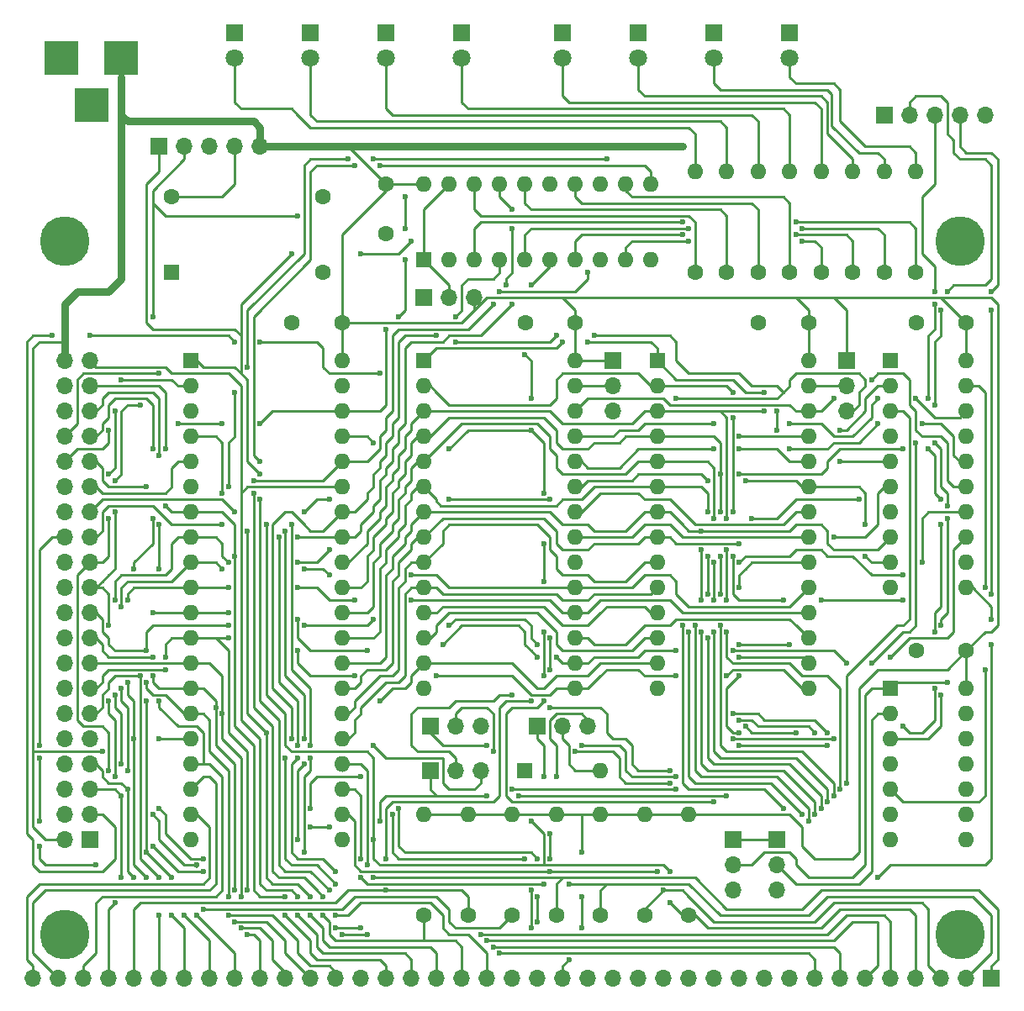
<source format=gtl>
G04 #@! TF.GenerationSoftware,KiCad,Pcbnew,(5.1.5)-3*
G04 #@! TF.CreationDate,2020-04-10T18:54:41+02:00*
G04 #@! TF.ProjectId,RC1802 CPU,52433138-3032-4204-9350-552e6b696361,rev?*
G04 #@! TF.SameCoordinates,Original*
G04 #@! TF.FileFunction,Copper,L1,Top*
G04 #@! TF.FilePolarity,Positive*
%FSLAX46Y46*%
G04 Gerber Fmt 4.6, Leading zero omitted, Abs format (unit mm)*
G04 Created by KiCad (PCBNEW (5.1.5)-3) date 2020-04-10 18:54:41*
%MOMM*%
%LPD*%
G04 APERTURE LIST*
%ADD10R,1.600000X1.600000*%
%ADD11C,1.600000*%
%ADD12C,5.000000*%
%ADD13R,1.700000X1.700000*%
%ADD14O,1.700000X1.700000*%
%ADD15O,1.600000X1.600000*%
%ADD16R,3.500000X3.500000*%
%ADD17R,1.800000X1.800000*%
%ADD18C,1.800000*%
%ADD19C,0.600000*%
%ADD20C,0.250000*%
%ADD21C,0.750000*%
G04 APERTURE END LIST*
D10*
X115570000Y-74930000D03*
D11*
X115570000Y-67310000D03*
X130810000Y-67310000D03*
X130810000Y-74930000D03*
X195580000Y-113030000D03*
X190580000Y-113030000D03*
X132715000Y-80010000D03*
X127715000Y-80010000D03*
X137160000Y-66040000D03*
X137160000Y-71040000D03*
X195580000Y-80010000D03*
X190580000Y-80010000D03*
X156210000Y-80010000D03*
X151210000Y-80010000D03*
D12*
X104775000Y-141605000D03*
X104775000Y-71755000D03*
D13*
X172085000Y-132080000D03*
D14*
X172085000Y-134620000D03*
X172085000Y-137160000D03*
D13*
X183515000Y-83820000D03*
D14*
X183515000Y-86360000D03*
X183515000Y-88900000D03*
D11*
X140970000Y-139700000D03*
D15*
X140970000Y-129540000D03*
D11*
X145415000Y-139700000D03*
D15*
X145415000Y-129540000D03*
D11*
X149860000Y-139700000D03*
D15*
X149860000Y-129540000D03*
D11*
X154305000Y-139700000D03*
D15*
X154305000Y-129540000D03*
D11*
X158750000Y-139700000D03*
D15*
X158750000Y-129540000D03*
D11*
X163195000Y-139700000D03*
D15*
X163195000Y-129540000D03*
D11*
X167640000Y-139700000D03*
D15*
X167640000Y-129540000D03*
D12*
X194945000Y-141605000D03*
X194945000Y-71755000D03*
D13*
X198120000Y-146050000D03*
D14*
X195580000Y-146050000D03*
X193040000Y-146050000D03*
X190500000Y-146050000D03*
X187960000Y-146050000D03*
X185420000Y-146050000D03*
X182880000Y-146050000D03*
X180340000Y-146050000D03*
X177800000Y-146050000D03*
X175260000Y-146050000D03*
X172720000Y-146050000D03*
X170180000Y-146050000D03*
X167640000Y-146050000D03*
X165100000Y-146050000D03*
X162560000Y-146050000D03*
X160020000Y-146050000D03*
X157480000Y-146050000D03*
X154940000Y-146050000D03*
X152400000Y-146050000D03*
X149860000Y-146050000D03*
X147320000Y-146050000D03*
X144780000Y-146050000D03*
X142240000Y-146050000D03*
X139700000Y-146050000D03*
X137160000Y-146050000D03*
X134620000Y-146050000D03*
X132080000Y-146050000D03*
X129540000Y-146050000D03*
X127000000Y-146050000D03*
X124460000Y-146050000D03*
X121920000Y-146050000D03*
X119380000Y-146050000D03*
X116840000Y-146050000D03*
X114300000Y-146050000D03*
X111760000Y-146050000D03*
X109220000Y-146050000D03*
X106680000Y-146050000D03*
X104140000Y-146050000D03*
X101600000Y-146050000D03*
D16*
X110490000Y-53340000D03*
X104490000Y-53340000D03*
X107490000Y-58040000D03*
D13*
X176530000Y-132080000D03*
D14*
X176530000Y-134620000D03*
X176530000Y-137160000D03*
D10*
X187960000Y-116840000D03*
D15*
X195580000Y-132080000D03*
X187960000Y-119380000D03*
X195580000Y-129540000D03*
X187960000Y-121920000D03*
X195580000Y-127000000D03*
X187960000Y-124460000D03*
X195580000Y-124460000D03*
X187960000Y-127000000D03*
X195580000Y-121920000D03*
X187960000Y-129540000D03*
X195580000Y-119380000D03*
X187960000Y-132080000D03*
X195580000Y-116840000D03*
D10*
X117475000Y-83820000D03*
D15*
X132715000Y-132080000D03*
X117475000Y-86360000D03*
X132715000Y-129540000D03*
X117475000Y-88900000D03*
X132715000Y-127000000D03*
X117475000Y-91440000D03*
X132715000Y-124460000D03*
X117475000Y-93980000D03*
X132715000Y-121920000D03*
X117475000Y-96520000D03*
X132715000Y-119380000D03*
X117475000Y-99060000D03*
X132715000Y-116840000D03*
X117475000Y-101600000D03*
X132715000Y-114300000D03*
X117475000Y-104140000D03*
X132715000Y-111760000D03*
X117475000Y-106680000D03*
X132715000Y-109220000D03*
X117475000Y-109220000D03*
X132715000Y-106680000D03*
X117475000Y-111760000D03*
X132715000Y-104140000D03*
X117475000Y-114300000D03*
X132715000Y-101600000D03*
X117475000Y-116840000D03*
X132715000Y-99060000D03*
X117475000Y-119380000D03*
X132715000Y-96520000D03*
X117475000Y-121920000D03*
X132715000Y-93980000D03*
X117475000Y-124460000D03*
X132715000Y-91440000D03*
X117475000Y-127000000D03*
X132715000Y-88900000D03*
X117475000Y-129540000D03*
X132715000Y-86360000D03*
X117475000Y-132080000D03*
X132715000Y-83820000D03*
D10*
X187960000Y-83820000D03*
D15*
X195580000Y-106680000D03*
X187960000Y-86360000D03*
X195580000Y-104140000D03*
X187960000Y-88900000D03*
X195580000Y-101600000D03*
X187960000Y-91440000D03*
X195580000Y-99060000D03*
X187960000Y-93980000D03*
X195580000Y-96520000D03*
X187960000Y-96520000D03*
X195580000Y-93980000D03*
X187960000Y-99060000D03*
X195580000Y-91440000D03*
X187960000Y-101600000D03*
X195580000Y-88900000D03*
X187960000Y-104140000D03*
X195580000Y-86360000D03*
X187960000Y-106680000D03*
X195580000Y-83820000D03*
D13*
X107315000Y-132080000D03*
D14*
X104775000Y-132080000D03*
X107315000Y-129540000D03*
X104775000Y-129540000D03*
X107315000Y-127000000D03*
X104775000Y-127000000D03*
X107315000Y-124460000D03*
X104775000Y-124460000D03*
X107315000Y-121920000D03*
X104775000Y-121920000D03*
X107315000Y-119380000D03*
X104775000Y-119380000D03*
X107315000Y-116840000D03*
X104775000Y-116840000D03*
X107315000Y-114300000D03*
X104775000Y-114300000D03*
X107315000Y-111760000D03*
X104775000Y-111760000D03*
X107315000Y-109220000D03*
X104775000Y-109220000D03*
X107315000Y-106680000D03*
X104775000Y-106680000D03*
X107315000Y-104140000D03*
X104775000Y-104140000D03*
X107315000Y-101600000D03*
X104775000Y-101600000D03*
X107315000Y-99060000D03*
X104775000Y-99060000D03*
X107315000Y-96520000D03*
X104775000Y-96520000D03*
X107315000Y-93980000D03*
X104775000Y-93980000D03*
X107315000Y-91440000D03*
X104775000Y-91440000D03*
X107315000Y-88900000D03*
X104775000Y-88900000D03*
X107315000Y-86360000D03*
X104775000Y-86360000D03*
X107315000Y-83820000D03*
X104775000Y-83820000D03*
D13*
X160020000Y-83820000D03*
D14*
X160020000Y-86360000D03*
X160020000Y-88900000D03*
D17*
X121920000Y-50800000D03*
D18*
X121920000Y-53340000D03*
D17*
X129540000Y-50800000D03*
D18*
X129540000Y-53340000D03*
D17*
X137160000Y-50800000D03*
D18*
X137160000Y-53340000D03*
D17*
X144780000Y-50800000D03*
D18*
X144780000Y-53340000D03*
D17*
X154940000Y-50800000D03*
D18*
X154940000Y-53340000D03*
D17*
X162560000Y-50800000D03*
D18*
X162560000Y-53340000D03*
D17*
X170180000Y-50800000D03*
D18*
X170180000Y-53340000D03*
D17*
X177800000Y-50800000D03*
D18*
X177800000Y-53340000D03*
D13*
X140970000Y-77470000D03*
D14*
X143510000Y-77470000D03*
X146050000Y-77470000D03*
D11*
X168275000Y-74930000D03*
D15*
X168275000Y-64770000D03*
D11*
X171450000Y-74930000D03*
D15*
X171450000Y-64770000D03*
D11*
X174625000Y-74930000D03*
D15*
X174625000Y-64770000D03*
D11*
X177800000Y-74930000D03*
D15*
X177800000Y-64770000D03*
D11*
X180975000Y-74930000D03*
D15*
X180975000Y-64770000D03*
D11*
X184150000Y-74930000D03*
D15*
X184150000Y-64770000D03*
D11*
X187325000Y-74930000D03*
D15*
X187325000Y-64770000D03*
D11*
X190500000Y-74930000D03*
D15*
X190500000Y-64770000D03*
D10*
X140970000Y-73660000D03*
D15*
X163830000Y-66040000D03*
X143510000Y-73660000D03*
X161290000Y-66040000D03*
X146050000Y-73660000D03*
X158750000Y-66040000D03*
X148590000Y-73660000D03*
X156210000Y-66040000D03*
X151130000Y-73660000D03*
X153670000Y-66040000D03*
X153670000Y-73660000D03*
X151130000Y-66040000D03*
X156210000Y-73660000D03*
X148590000Y-66040000D03*
X158750000Y-73660000D03*
X146050000Y-66040000D03*
X161290000Y-73660000D03*
X143510000Y-66040000D03*
X163830000Y-73660000D03*
X140970000Y-66040000D03*
D11*
X179705000Y-80010000D03*
X174705000Y-80010000D03*
D10*
X140970000Y-83820000D03*
D15*
X156210000Y-116840000D03*
X140970000Y-86360000D03*
X156210000Y-114300000D03*
X140970000Y-88900000D03*
X156210000Y-111760000D03*
X140970000Y-91440000D03*
X156210000Y-109220000D03*
X140970000Y-93980000D03*
X156210000Y-106680000D03*
X140970000Y-96520000D03*
X156210000Y-104140000D03*
X140970000Y-99060000D03*
X156210000Y-101600000D03*
X140970000Y-101600000D03*
X156210000Y-99060000D03*
X140970000Y-104140000D03*
X156210000Y-96520000D03*
X140970000Y-106680000D03*
X156210000Y-93980000D03*
X140970000Y-109220000D03*
X156210000Y-91440000D03*
X140970000Y-111760000D03*
X156210000Y-88900000D03*
X140970000Y-114300000D03*
X156210000Y-86360000D03*
X140970000Y-116840000D03*
X156210000Y-83820000D03*
D10*
X164465000Y-83820000D03*
D15*
X179705000Y-116840000D03*
X164465000Y-86360000D03*
X179705000Y-114300000D03*
X164465000Y-88900000D03*
X179705000Y-111760000D03*
X164465000Y-91440000D03*
X179705000Y-109220000D03*
X164465000Y-93980000D03*
X179705000Y-106680000D03*
X164465000Y-96520000D03*
X179705000Y-104140000D03*
X164465000Y-99060000D03*
X179705000Y-101600000D03*
X164465000Y-101600000D03*
X179705000Y-99060000D03*
X164465000Y-104140000D03*
X179705000Y-96520000D03*
X164465000Y-106680000D03*
X179705000Y-93980000D03*
X164465000Y-109220000D03*
X179705000Y-91440000D03*
X164465000Y-111760000D03*
X179705000Y-88900000D03*
X164465000Y-114300000D03*
X179705000Y-86360000D03*
X164465000Y-116840000D03*
X179705000Y-83820000D03*
D13*
X114300000Y-62230000D03*
D14*
X116840000Y-62230000D03*
X119380000Y-62230000D03*
X121920000Y-62230000D03*
X124460000Y-62230000D03*
D10*
X151130000Y-125095000D03*
D15*
X158750000Y-125095000D03*
D13*
X152400000Y-120650000D03*
D14*
X154940000Y-120650000D03*
X157480000Y-120650000D03*
D13*
X141605000Y-120650000D03*
D14*
X144145000Y-120650000D03*
X146685000Y-120650000D03*
D13*
X141605000Y-125095000D03*
D14*
X144145000Y-125095000D03*
X146685000Y-125095000D03*
D13*
X187325000Y-59055000D03*
D14*
X189865000Y-59055000D03*
X192405000Y-59055000D03*
X194945000Y-59055000D03*
X197485000Y-59055000D03*
D19*
X167005000Y-62230000D03*
X114300000Y-121920000D03*
X155575000Y-144145000D03*
X156845000Y-137795000D03*
X156845000Y-140970000D03*
X156845000Y-133350000D03*
X108585000Y-123190000D03*
X151765000Y-130175000D03*
X153035000Y-125730000D03*
X135890000Y-132080000D03*
X165735000Y-138430000D03*
X165735000Y-135255000D03*
X125095000Y-100330000D03*
X121920000Y-99060000D03*
X128905000Y-133350000D03*
X146685000Y-141605000D03*
X134620000Y-140970000D03*
X132080000Y-140970000D03*
X129540000Y-123825000D03*
X129540000Y-122555000D03*
X127635000Y-100330000D03*
X124460000Y-93980000D03*
X133985000Y-64135000D03*
X136525000Y-64135000D03*
X113665000Y-92710000D03*
X116205000Y-90170000D03*
X124460000Y-90170000D03*
X120650000Y-90170000D03*
X137160000Y-80645000D03*
X138430000Y-79375000D03*
X139065000Y-73660000D03*
X139065000Y-70485000D03*
X139065000Y-67310000D03*
X118745000Y-139065000D03*
X115570000Y-135890000D03*
X113665000Y-99695000D03*
X111760000Y-104775000D03*
X113030000Y-133350000D03*
X109855000Y-138430000D03*
X113030000Y-118110000D03*
X114300000Y-104775000D03*
X114300000Y-100330000D03*
X114300000Y-118110000D03*
X114300000Y-93345000D03*
X135890000Y-135890000D03*
X135255000Y-134620000D03*
X155575000Y-136525000D03*
X134620000Y-135890000D03*
X134620000Y-133985000D03*
X153035000Y-136525000D03*
X153670000Y-133985000D03*
X153670000Y-135255000D03*
X153670000Y-131445000D03*
X154305000Y-125730000D03*
X164465000Y-135255000D03*
X165100000Y-137160000D03*
X127000000Y-100965000D03*
X128905000Y-121920000D03*
X128905000Y-124460000D03*
X135255000Y-141605000D03*
X132715000Y-141605000D03*
X147320000Y-142240000D03*
X128270000Y-132080000D03*
X121285000Y-96520000D03*
X123190000Y-84455000D03*
X121920000Y-86995000D03*
X159385000Y-63500000D03*
X135890000Y-63500000D03*
X133350000Y-63500000D03*
X149860000Y-78105000D03*
X151765000Y-76200000D03*
X128270000Y-101600000D03*
X128270000Y-122555000D03*
X128270000Y-123825000D03*
X132080000Y-135255000D03*
X147955000Y-142875000D03*
X113030000Y-96520000D03*
X126365000Y-101600000D03*
X144145000Y-79375000D03*
X142240000Y-81280000D03*
X186690000Y-135890000D03*
X198120000Y-112395000D03*
X198120000Y-109855000D03*
X148590000Y-143510000D03*
X132080000Y-136525000D03*
X127635000Y-121920000D03*
X127000000Y-123825000D03*
X186690000Y-87630000D03*
X175260000Y-88900000D03*
X177800000Y-90170000D03*
X190500000Y-87630000D03*
X182880000Y-127000000D03*
X171450000Y-99695000D03*
X171450000Y-102870000D03*
X171450000Y-107950000D03*
X171450000Y-111125000D03*
X172720000Y-95250000D03*
X170815000Y-95250000D03*
X189230000Y-92710000D03*
X170815000Y-99060000D03*
X182245000Y-127635000D03*
X170815000Y-110490000D03*
X170815000Y-107315000D03*
X170815000Y-103505000D03*
X172720000Y-104140000D03*
X191135000Y-104140000D03*
X189230000Y-105410000D03*
X170180000Y-104140000D03*
X170180000Y-107950000D03*
X170180000Y-111125000D03*
X181610000Y-128270000D03*
X170180000Y-99695000D03*
X180975000Y-128905000D03*
X169545000Y-111760000D03*
X172720000Y-112395000D03*
X187960000Y-113665000D03*
X177800000Y-112395000D03*
X169545000Y-103505000D03*
X169545000Y-107315000D03*
X169545000Y-99060000D03*
X168910000Y-102870000D03*
X168910000Y-107950000D03*
X168910000Y-111125000D03*
X180340000Y-129540000D03*
X168910000Y-100965000D03*
X184785000Y-97790000D03*
X173990000Y-99695000D03*
X172720000Y-102235000D03*
X168275000Y-110490000D03*
X179705000Y-130175000D03*
X167640000Y-111125000D03*
X179070000Y-129540000D03*
X190500000Y-92075000D03*
X172085000Y-113030000D03*
X183515000Y-114300000D03*
X186055000Y-114300000D03*
X183515000Y-126365000D03*
X167005000Y-110490000D03*
X177165000Y-128905000D03*
X114300000Y-85090000D03*
X127635000Y-73025000D03*
X139700000Y-71755000D03*
X134620000Y-73025000D03*
X124460000Y-97790000D03*
X131445000Y-137160000D03*
X132080000Y-139700000D03*
X124460000Y-95250000D03*
X148590000Y-76835000D03*
X147955000Y-78105000D03*
X157480000Y-74930000D03*
X130810000Y-139700000D03*
X130810000Y-137795000D03*
X123825000Y-95885000D03*
X123825000Y-97155000D03*
X193675000Y-76835000D03*
X193040000Y-117475000D03*
X193040000Y-110490000D03*
X192405000Y-92075000D03*
X193675000Y-98425000D03*
X193675000Y-99695000D03*
X192405000Y-88265000D03*
X193040000Y-78740000D03*
X172085000Y-121920000D03*
X182245000Y-121920000D03*
X149860000Y-127000000D03*
X166370000Y-127000000D03*
X125095000Y-121285000D03*
X135890000Y-122555000D03*
X120650000Y-100330000D03*
X120650000Y-97155000D03*
X123190000Y-100965000D03*
X129540000Y-137795000D03*
X129540000Y-139700000D03*
X128270000Y-139700000D03*
X128270000Y-137795000D03*
X131445000Y-97790000D03*
X128905000Y-99060000D03*
X143510000Y-97790000D03*
X153670000Y-97790000D03*
X121920000Y-103505000D03*
X127000000Y-137795000D03*
X127000000Y-139700000D03*
X114935000Y-92710000D03*
X114935000Y-98425000D03*
X128905000Y-110490000D03*
X121285000Y-110490000D03*
X135890000Y-109855000D03*
X121285000Y-137795000D03*
X121285000Y-139700000D03*
X113030000Y-113030000D03*
X113030000Y-116205000D03*
X120015000Y-118745000D03*
X121920000Y-140335000D03*
X121920000Y-137160000D03*
X113665000Y-113665000D03*
X113665000Y-115570000D03*
X120650000Y-119380000D03*
X136525000Y-118110000D03*
X122555000Y-137795000D03*
X122555000Y-140970000D03*
X142240000Y-115570000D03*
X171450000Y-115570000D03*
X166370000Y-115570000D03*
X128270000Y-113030000D03*
X133985000Y-115570000D03*
X121285000Y-111760000D03*
X123190000Y-137160000D03*
X123190000Y-141605000D03*
X114935000Y-113665000D03*
X114935000Y-114935000D03*
X142875000Y-112395000D03*
X135255000Y-113030000D03*
X121285000Y-109220000D03*
X128270000Y-109855000D03*
X154305000Y-113665000D03*
X152400000Y-113665000D03*
X166370000Y-113030000D03*
X172720000Y-113665000D03*
X114300000Y-135890000D03*
X118110000Y-139700000D03*
X113665000Y-109220000D03*
X112395000Y-115570000D03*
X111760000Y-121920000D03*
X152400000Y-112395000D03*
X133985000Y-107950000D03*
X143510000Y-110490000D03*
X121285000Y-106680000D03*
X128270000Y-106680000D03*
X111125000Y-116205000D03*
X111125000Y-107950000D03*
X113030000Y-135890000D03*
X116840000Y-139700000D03*
X120650000Y-104775000D03*
X128905000Y-104775000D03*
X131445000Y-105410000D03*
X139700000Y-107950000D03*
X111125000Y-127000000D03*
X110490000Y-108585000D03*
X110490000Y-116840000D03*
X111125000Y-125095000D03*
X111760000Y-135890000D03*
X115570000Y-139700000D03*
X121285000Y-104140000D03*
X128270000Y-104140000D03*
X131445000Y-102870000D03*
X139700000Y-105410000D03*
X110490000Y-124460000D03*
X109855000Y-117475000D03*
X109855000Y-107950000D03*
X110490000Y-127635000D03*
X110490000Y-135890000D03*
X114300000Y-139700000D03*
X135890000Y-92075000D03*
X143510000Y-92710000D03*
X151765000Y-90805000D03*
X137160000Y-137160000D03*
X137160000Y-133985000D03*
X153035000Y-97155000D03*
X153035000Y-102235000D03*
X153035000Y-106045000D03*
X153035000Y-111125000D03*
X153035000Y-115570000D03*
X151765000Y-118110000D03*
X149860000Y-70485000D03*
X149860000Y-68580000D03*
X151765000Y-87630000D03*
X151130000Y-83185000D03*
X149225000Y-76200000D03*
X197485000Y-106680000D03*
X193675000Y-116205000D03*
X170180000Y-90170000D03*
X172720000Y-91440000D03*
X182880000Y-90805000D03*
X172085000Y-86995000D03*
X172085000Y-89535000D03*
X172085000Y-103505000D03*
X172085000Y-99060000D03*
X189230000Y-107950000D03*
X180975000Y-107950000D03*
X177165000Y-107950000D03*
X170180000Y-92710000D03*
X172720000Y-92710000D03*
X182880000Y-93980000D03*
X182245000Y-87630000D03*
X186055000Y-85725000D03*
X182245000Y-101600000D03*
X176530000Y-90805000D03*
X175260000Y-86995000D03*
X176530000Y-88900000D03*
X177800000Y-92710000D03*
X186690000Y-90170000D03*
X191135000Y-90170000D03*
X154940000Y-81915000D03*
X157480000Y-81915000D03*
X169545000Y-95885000D03*
X173355000Y-95885000D03*
X185420000Y-100330000D03*
X185420000Y-103505000D03*
X172720000Y-121285000D03*
X172720000Y-115570000D03*
X172720000Y-106680000D03*
X153670000Y-111760000D03*
X153670000Y-114935000D03*
X170180000Y-128270000D03*
X153035000Y-118110000D03*
X167640000Y-71755000D03*
X179070000Y-71755000D03*
X167005000Y-71120000D03*
X178435000Y-71120000D03*
X179070000Y-70485000D03*
X167640000Y-70485000D03*
X178435000Y-69850000D03*
X167005000Y-69850000D03*
X109855000Y-99060000D03*
X109855000Y-95885000D03*
X112395000Y-88265000D03*
X129540000Y-128905000D03*
X152400000Y-140335000D03*
X152400000Y-137795000D03*
X152400000Y-133985000D03*
X134620000Y-125730000D03*
X138430000Y-128905000D03*
X109855000Y-125730000D03*
X109220000Y-118110000D03*
X109220000Y-110490000D03*
X118745000Y-133985000D03*
X114300000Y-128905000D03*
X151765000Y-140970000D03*
X151765000Y-137160000D03*
X151130000Y-133985000D03*
X118110000Y-134620000D03*
X137795000Y-129540000D03*
X109220000Y-125095000D03*
X113665000Y-129540000D03*
X109855000Y-88900000D03*
X110490000Y-85725000D03*
X109220000Y-95250000D03*
X109220000Y-99695000D03*
X158115000Y-81280000D03*
X154305000Y-81280000D03*
X144145000Y-81915000D03*
X136525000Y-85090000D03*
X107315000Y-81280000D03*
X124460000Y-81915000D03*
X121920000Y-81915000D03*
X103505000Y-81280000D03*
X166370000Y-87630000D03*
X147955000Y-123190000D03*
X172720000Y-122555000D03*
X181610000Y-122555000D03*
X147320000Y-127635000D03*
X150495000Y-127635000D03*
X171450000Y-127635000D03*
X102235000Y-122555000D03*
X102235000Y-123825000D03*
X102235000Y-132715000D03*
X102235000Y-130175000D03*
X113665000Y-132715000D03*
X107950000Y-134620000D03*
X118745000Y-135255000D03*
X136525000Y-130175000D03*
X129540000Y-130810000D03*
X131445000Y-130810000D03*
X197485000Y-114935000D03*
X198120000Y-78740000D03*
X198120000Y-107315000D03*
X198120000Y-76835000D03*
X156845000Y-122555000D03*
X166370000Y-125730000D03*
X172720000Y-120015000D03*
X180340000Y-121285000D03*
X149860000Y-117475000D03*
X181610000Y-121285000D03*
X189230000Y-120650000D03*
X172085000Y-119380000D03*
X165735000Y-125095000D03*
X192405000Y-116840000D03*
X192405000Y-111125000D03*
X193040000Y-97790000D03*
X193040000Y-100330000D03*
X191770000Y-92710000D03*
X191770000Y-87630000D03*
X192405000Y-76835000D03*
X192405000Y-78105000D03*
X153670000Y-118745000D03*
X178435000Y-121285000D03*
X173355000Y-120650000D03*
X165735000Y-126365000D03*
X156210000Y-123190000D03*
X147320000Y-122555000D03*
X109220000Y-90805000D03*
X113665000Y-79375000D03*
X128270000Y-69215000D03*
D20*
X101600000Y-84455000D02*
X101600000Y-82550000D01*
X102235000Y-81915000D02*
X104775000Y-81915000D01*
X101600000Y-82550000D02*
X102235000Y-81915000D01*
X101600000Y-85725000D02*
X101600000Y-84455000D01*
X101600000Y-123190000D02*
X101600000Y-85725000D01*
D21*
X107950000Y-76835000D02*
X106045000Y-76835000D01*
X104775000Y-78105000D02*
X104775000Y-80010000D01*
X106045000Y-76835000D02*
X104775000Y-78105000D01*
X110490000Y-62865000D02*
X110490000Y-62230000D01*
X110490000Y-60325000D02*
X110490000Y-62230000D01*
X110490000Y-59055000D02*
X110490000Y-60325000D01*
X107950000Y-76835000D02*
X109220000Y-76835000D01*
X109220000Y-76835000D02*
X110490000Y-75565000D01*
X110490000Y-75565000D02*
X110490000Y-62865000D01*
X104775000Y-80010000D02*
X104775000Y-81915000D01*
X104775000Y-81915000D02*
X104775000Y-83820000D01*
X124460000Y-62230000D02*
X133350000Y-62230000D01*
X124460000Y-62230000D02*
X124460000Y-60325000D01*
X111125000Y-59690000D02*
X110490000Y-59055000D01*
X123825000Y-59690000D02*
X111125000Y-59690000D01*
X124460000Y-60325000D02*
X123825000Y-59690000D01*
D20*
X195580000Y-113030000D02*
X197485000Y-111125000D01*
X198120000Y-77470000D02*
X193040000Y-77470000D01*
X198755000Y-78105000D02*
X198120000Y-77470000D01*
X198755000Y-110490000D02*
X198755000Y-78105000D01*
X198120000Y-111125000D02*
X198755000Y-110490000D01*
X197485000Y-111125000D02*
X198120000Y-111125000D01*
X195580000Y-113030000D02*
X193675000Y-114935000D01*
X186690000Y-114935000D02*
X184785000Y-116840000D01*
X184785000Y-130175000D02*
X184785000Y-133350000D01*
X179070000Y-132715000D02*
X179070000Y-132080000D01*
X180340000Y-133985000D02*
X179070000Y-132715000D01*
X184150000Y-133985000D02*
X180340000Y-133985000D01*
X184785000Y-133350000D02*
X184150000Y-133985000D01*
X177800000Y-129540000D02*
X179070000Y-130810000D01*
X184785000Y-130175000D02*
X184785000Y-126365000D01*
X179070000Y-130810000D02*
X179070000Y-132080000D01*
X177800000Y-129540000D02*
X167640000Y-129540000D01*
X184785000Y-126365000D02*
X184785000Y-116840000D01*
X186690000Y-114935000D02*
X193675000Y-114935000D01*
X195580000Y-113030000D02*
X195580000Y-114935000D01*
X195580000Y-114935000D02*
X195580000Y-116840000D01*
D21*
X133350000Y-62230000D02*
X167005000Y-62230000D01*
D20*
X182245000Y-77470000D02*
X193040000Y-77470000D01*
X193040000Y-77470000D02*
X195580000Y-80010000D01*
X115570000Y-121920000D02*
X114300000Y-121920000D01*
X110490000Y-53340000D02*
X110490000Y-55245000D01*
D21*
X110490000Y-55245000D02*
X110490000Y-59055000D01*
D20*
X146050000Y-78740000D02*
X147320000Y-77470000D01*
X144780000Y-80010000D02*
X146050000Y-78740000D01*
X154940000Y-144780000D02*
X155575000Y-144145000D01*
X156845000Y-129540000D02*
X156845000Y-133350000D01*
X156845000Y-137795000D02*
X156845000Y-140970000D01*
X154940000Y-144780000D02*
X154940000Y-146050000D01*
X156210000Y-83820000D02*
X160020000Y-83820000D01*
X156210000Y-83820000D02*
X156210000Y-80010000D01*
X146050000Y-77470000D02*
X146050000Y-78740000D01*
X143510000Y-80010000D02*
X132715000Y-80010000D01*
X144780000Y-80010000D02*
X143510000Y-80010000D01*
X179705000Y-80010000D02*
X179705000Y-83820000D01*
X183515000Y-81280000D02*
X183515000Y-78740000D01*
X183515000Y-83820000D02*
X183515000Y-81280000D01*
X183515000Y-78740000D02*
X182245000Y-77470000D01*
X178435000Y-77470000D02*
X182245000Y-77470000D01*
X156210000Y-77470000D02*
X178435000Y-77470000D01*
X154940000Y-77470000D02*
X156210000Y-77470000D01*
X179705000Y-78740000D02*
X179705000Y-80010000D01*
X178435000Y-77470000D02*
X179705000Y-78740000D01*
X156210000Y-80010000D02*
X156210000Y-78740000D01*
X156210000Y-78740000D02*
X154940000Y-77470000D01*
X147320000Y-77470000D02*
X154940000Y-77470000D01*
X132715000Y-80010000D02*
X132715000Y-71120000D01*
X132715000Y-71120000D02*
X137160000Y-66675000D01*
X137160000Y-66675000D02*
X137160000Y-66040000D01*
X133350000Y-62230000D02*
X137160000Y-66040000D01*
X154940000Y-145415000D02*
X154940000Y-146050000D01*
X101600000Y-123190000D02*
X108585000Y-123190000D01*
X115570000Y-121920000D02*
X117475000Y-121920000D01*
X104775000Y-132080000D02*
X102870000Y-132080000D01*
X102870000Y-132080000D02*
X101600000Y-130810000D01*
X160020000Y-83820000D02*
X160020000Y-84455000D01*
X195580000Y-83820000D02*
X195580000Y-80010000D01*
X163195000Y-129540000D02*
X167640000Y-129540000D01*
X158750000Y-129540000D02*
X163195000Y-129540000D01*
X154305000Y-129540000D02*
X156845000Y-129540000D01*
X156845000Y-129540000D02*
X158750000Y-129540000D01*
X145415000Y-129540000D02*
X140970000Y-129540000D01*
X149860000Y-129540000D02*
X145415000Y-129540000D01*
X154305000Y-129540000D02*
X149860000Y-129540000D01*
X137160000Y-66040000D02*
X140970000Y-66040000D01*
X132715000Y-80010000D02*
X132715000Y-83820000D01*
X101600000Y-130810000D02*
X101600000Y-123190000D01*
X153035000Y-133350000D02*
X153035000Y-131445000D01*
X153035000Y-134620000D02*
X153035000Y-133350000D01*
X151765000Y-130175000D02*
X153035000Y-131445000D01*
X153035000Y-125730000D02*
X153035000Y-122555000D01*
X152400000Y-120650000D02*
X152400000Y-121920000D01*
X153035000Y-122555000D02*
X152400000Y-121920000D01*
X107315000Y-99060000D02*
X108585000Y-97790000D01*
X108585000Y-97790000D02*
X110490000Y-97790000D01*
X165735000Y-138430000D02*
X167005000Y-139700000D01*
X154940000Y-134620000D02*
X157480000Y-134620000D01*
X135890000Y-133985000D02*
X135890000Y-132080000D01*
X136525000Y-134620000D02*
X135890000Y-133985000D01*
X154940000Y-134620000D02*
X153670000Y-134620000D01*
X165100000Y-134620000D02*
X157480000Y-134620000D01*
X165735000Y-135255000D02*
X165100000Y-134620000D01*
X153670000Y-134620000D02*
X153035000Y-134620000D01*
X153035000Y-134620000D02*
X136525000Y-134620000D01*
X135890000Y-132080000D02*
X135890000Y-128270000D01*
X135890000Y-128270000D02*
X135890000Y-123825000D01*
X135255000Y-123190000D02*
X133985000Y-123190000D01*
X135890000Y-123825000D02*
X135255000Y-123190000D01*
X120650000Y-97790000D02*
X118745000Y-97790000D01*
X120650000Y-97790000D02*
X121920000Y-99060000D01*
X110490000Y-97790000D02*
X118745000Y-97790000D01*
X127635000Y-123190000D02*
X127000000Y-122555000D01*
X130175000Y-123190000D02*
X127635000Y-123190000D01*
X133985000Y-123190000D02*
X130175000Y-123190000D01*
X125095000Y-117475000D02*
X125095000Y-100330000D01*
X127000000Y-119380000D02*
X125095000Y-117475000D01*
X127000000Y-122555000D02*
X127000000Y-119380000D01*
X167005000Y-139700000D02*
X167640000Y-139700000D01*
X190500000Y-146050000D02*
X190500000Y-139700000D01*
X190500000Y-139700000D02*
X189865000Y-139065000D01*
X189865000Y-139065000D02*
X188595000Y-139065000D01*
X169545000Y-140970000D02*
X168275000Y-139700000D01*
X169545000Y-140970000D02*
X180975000Y-140970000D01*
X180975000Y-140970000D02*
X182880000Y-139065000D01*
X182880000Y-139065000D02*
X188595000Y-139065000D01*
X167640000Y-139700000D02*
X168275000Y-139700000D01*
X128905000Y-133350000D02*
X128905000Y-127000000D01*
X127635000Y-102870000D02*
X127635000Y-100330000D01*
X187960000Y-146050000D02*
X187960000Y-142240000D01*
X187325000Y-139700000D02*
X187960000Y-140335000D01*
X187960000Y-140335000D02*
X187960000Y-142240000D01*
X147955000Y-141605000D02*
X146685000Y-141605000D01*
X187325000Y-139700000D02*
X183515000Y-139700000D01*
X157480000Y-141605000D02*
X181610000Y-141605000D01*
X183515000Y-139700000D02*
X181610000Y-141605000D01*
X147955000Y-141605000D02*
X157480000Y-141605000D01*
X134620000Y-140970000D02*
X132080000Y-140970000D01*
X129540000Y-119380000D02*
X129540000Y-122555000D01*
X127635000Y-102870000D02*
X127635000Y-113030000D01*
X127635000Y-113030000D02*
X127635000Y-114935000D01*
X127635000Y-114935000D02*
X129540000Y-116840000D01*
X129540000Y-116840000D02*
X129540000Y-119380000D01*
X128905000Y-125730000D02*
X128905000Y-127000000D01*
X129540000Y-125095000D02*
X128905000Y-125730000D01*
X129540000Y-123825000D02*
X129540000Y-125095000D01*
X163830000Y-66040000D02*
X163830000Y-64770000D01*
X123825000Y-79375000D02*
X129540000Y-73660000D01*
X129540000Y-73660000D02*
X129540000Y-71755000D01*
X123825000Y-81280000D02*
X123825000Y-93345000D01*
X123825000Y-93345000D02*
X124460000Y-93980000D01*
X123825000Y-81280000D02*
X123825000Y-79375000D01*
X129540000Y-64770000D02*
X129540000Y-71755000D01*
X130175000Y-64135000D02*
X129540000Y-64770000D01*
X130810000Y-64135000D02*
X130175000Y-64135000D01*
X133985000Y-64135000D02*
X130810000Y-64135000D01*
X163195000Y-64135000D02*
X136525000Y-64135000D01*
X163830000Y-64770000D02*
X163195000Y-64135000D01*
X115570000Y-95885000D02*
X115570000Y-96520000D01*
X108585000Y-97155000D02*
X107950000Y-96520000D01*
X114935000Y-97155000D02*
X108585000Y-97155000D01*
X115570000Y-96520000D02*
X114935000Y-97155000D01*
X107950000Y-96520000D02*
X107315000Y-96520000D01*
X116205000Y-93980000D02*
X117475000Y-93980000D01*
X115570000Y-94615000D02*
X116205000Y-93980000D01*
X115570000Y-95885000D02*
X115570000Y-94615000D01*
X108585000Y-90170000D02*
X108585000Y-90805000D01*
X113665000Y-92710000D02*
X113665000Y-92075000D01*
X113665000Y-88265000D02*
X113030000Y-87630000D01*
X113030000Y-87630000D02*
X109855000Y-87630000D01*
X109855000Y-87630000D02*
X109220000Y-88265000D01*
X109220000Y-88265000D02*
X109220000Y-89535000D01*
X109220000Y-89535000D02*
X108585000Y-90170000D01*
X113665000Y-92075000D02*
X113665000Y-88265000D01*
X108585000Y-90805000D02*
X107950000Y-91440000D01*
X107950000Y-91440000D02*
X107315000Y-91440000D01*
X125730000Y-88900000D02*
X132715000Y-88900000D01*
X124460000Y-90170000D02*
X125730000Y-88900000D01*
X120650000Y-90170000D02*
X116205000Y-90170000D01*
X111760000Y-104775000D02*
X111760000Y-104140000D01*
X111760000Y-104140000D02*
X113665000Y-102235000D01*
X137160000Y-81915000D02*
X137160000Y-80645000D01*
X138430000Y-79375000D02*
X139065000Y-78740000D01*
X139065000Y-78740000D02*
X139065000Y-73660000D01*
X139065000Y-70485000D02*
X139065000Y-67310000D01*
X132715000Y-88900000D02*
X136525000Y-88900000D01*
X137160000Y-88265000D02*
X137160000Y-81915000D01*
X136525000Y-88900000D02*
X137160000Y-88265000D01*
X146685000Y-140970000D02*
X144145000Y-140970000D01*
X132715000Y-139065000D02*
X118745000Y-139065000D01*
X133985000Y-137795000D02*
X132715000Y-139065000D01*
X142240000Y-137795000D02*
X133985000Y-137795000D01*
X143510000Y-139065000D02*
X142240000Y-137795000D01*
X143510000Y-140335000D02*
X143510000Y-139065000D01*
X144145000Y-140970000D02*
X143510000Y-140335000D01*
X113030000Y-133350000D02*
X115570000Y-135890000D01*
X148590000Y-140970000D02*
X149860000Y-139700000D01*
X146685000Y-140970000D02*
X148590000Y-140970000D01*
X113665000Y-99695000D02*
X113665000Y-102235000D01*
X113030000Y-119380000D02*
X113030000Y-118110000D01*
X109220000Y-139065000D02*
X109855000Y-138430000D01*
X109220000Y-139065000D02*
X109220000Y-146050000D01*
X113030000Y-119380000D02*
X113030000Y-133350000D01*
X114300000Y-118110000D02*
X114300000Y-118745000D01*
X118745000Y-121285000D02*
X118745000Y-124460000D01*
X118110000Y-120650000D02*
X118745000Y-121285000D01*
X116205000Y-120650000D02*
X118110000Y-120650000D01*
X114300000Y-118745000D02*
X116205000Y-120650000D01*
X108585000Y-87630000D02*
X108585000Y-88265000D01*
X114300000Y-104775000D02*
X114300000Y-100330000D01*
X114300000Y-93345000D02*
X114300000Y-89535000D01*
X114300000Y-87630000D02*
X113665000Y-86995000D01*
X113665000Y-86995000D02*
X109220000Y-86995000D01*
X109220000Y-86995000D02*
X108585000Y-87630000D01*
X114300000Y-89535000D02*
X114300000Y-87630000D01*
X108585000Y-88265000D02*
X107950000Y-88900000D01*
X107950000Y-88900000D02*
X107315000Y-88900000D01*
X118745000Y-124460000D02*
X119380000Y-124460000D01*
X120015000Y-137795000D02*
X119380000Y-137795000D01*
X120650000Y-137160000D02*
X120015000Y-137795000D01*
X120650000Y-125730000D02*
X120650000Y-137160000D01*
X119380000Y-124460000D02*
X120650000Y-125730000D01*
X106680000Y-144780000D02*
X107950000Y-143510000D01*
X119380000Y-137795000D02*
X113030000Y-137795000D01*
X106680000Y-144780000D02*
X106680000Y-146050000D01*
X108585000Y-137795000D02*
X113030000Y-137795000D01*
X107950000Y-138430000D02*
X108585000Y-137795000D01*
X107950000Y-143510000D02*
X107950000Y-138430000D01*
X117475000Y-124460000D02*
X118745000Y-124460000D01*
X135255000Y-128905000D02*
X135255000Y-125095000D01*
X134620000Y-124460000D02*
X132715000Y-124460000D01*
X135255000Y-125095000D02*
X134620000Y-124460000D01*
X154940000Y-135890000D02*
X157480000Y-135890000D01*
X167640000Y-135890000D02*
X157480000Y-135890000D01*
X198120000Y-144780000D02*
X198755000Y-144145000D01*
X198755000Y-144145000D02*
X198755000Y-139065000D01*
X198755000Y-139065000D02*
X196850000Y-137160000D01*
X196850000Y-137160000D02*
X193675000Y-137160000D01*
X198120000Y-144780000D02*
X198120000Y-146050000D01*
X179070000Y-139065000D02*
X171450000Y-139065000D01*
X168275000Y-135890000D02*
X171450000Y-139065000D01*
X167640000Y-135890000D02*
X168275000Y-135890000D01*
X193675000Y-137160000D02*
X180975000Y-137160000D01*
X180975000Y-137160000D02*
X179070000Y-139065000D01*
X135255000Y-133350000D02*
X135255000Y-134620000D01*
X154940000Y-135890000D02*
X139065000Y-135890000D01*
X138430000Y-135890000D02*
X139065000Y-135890000D01*
X135255000Y-128905000D02*
X135255000Y-133350000D01*
X135890000Y-135890000D02*
X138430000Y-135890000D01*
X132715000Y-124460000D02*
X132715000Y-125095000D01*
X154305000Y-136525000D02*
X154305000Y-139700000D01*
X154940000Y-135890000D02*
X154305000Y-136525000D01*
X154305000Y-139065000D02*
X154305000Y-139700000D01*
X134620000Y-129540000D02*
X134620000Y-127635000D01*
X133985000Y-127000000D02*
X132715000Y-127000000D01*
X134620000Y-127635000D02*
X133985000Y-127000000D01*
X155575000Y-136525000D02*
X156845000Y-136525000D01*
X135255000Y-136525000D02*
X134620000Y-135890000D01*
X135890000Y-136525000D02*
X135255000Y-136525000D01*
X159385000Y-136525000D02*
X156845000Y-136525000D01*
X135890000Y-136525000D02*
X140335000Y-136525000D01*
X134620000Y-129540000D02*
X134620000Y-133985000D01*
X153035000Y-136525000D02*
X140335000Y-136525000D01*
X132715000Y-127000000D02*
X133350000Y-127000000D01*
X167005000Y-136525000D02*
X167640000Y-136525000D01*
X167640000Y-136525000D02*
X170815000Y-139700000D01*
X198120000Y-139700000D02*
X196215000Y-137795000D01*
X196215000Y-137795000D02*
X193040000Y-137795000D01*
X198120000Y-143510000D02*
X195580000Y-146050000D01*
X198120000Y-143510000D02*
X198120000Y-140970000D01*
X198120000Y-140970000D02*
X198120000Y-139700000D01*
X181610000Y-137795000D02*
X193040000Y-137795000D01*
X179705000Y-139700000D02*
X181610000Y-137795000D01*
X170815000Y-139700000D02*
X179705000Y-139700000D01*
X159385000Y-136525000D02*
X167005000Y-136525000D01*
X158750000Y-139700000D02*
X158750000Y-137160000D01*
X158750000Y-137160000D02*
X159385000Y-136525000D01*
X153670000Y-131445000D02*
X153670000Y-133985000D01*
X154305000Y-125730000D02*
X154305000Y-122555000D01*
X153670000Y-120015000D02*
X153670000Y-121920000D01*
X153670000Y-121920000D02*
X154305000Y-122555000D01*
X157480000Y-120015000D02*
X156845000Y-119380000D01*
X156845000Y-119380000D02*
X154305000Y-119380000D01*
X154305000Y-119380000D02*
X153670000Y-120015000D01*
X157480000Y-120650000D02*
X157480000Y-120015000D01*
X155575000Y-135255000D02*
X156845000Y-135255000D01*
X153670000Y-135255000D02*
X155575000Y-135255000D01*
X156845000Y-135255000D02*
X164465000Y-135255000D01*
X133350000Y-129540000D02*
X133985000Y-130175000D01*
X133985000Y-134620000D02*
X134620000Y-135255000D01*
X133985000Y-130175000D02*
X133985000Y-134620000D01*
X134620000Y-135255000D02*
X139065000Y-135255000D01*
X139065000Y-135255000D02*
X153670000Y-135255000D01*
X132715000Y-129540000D02*
X133350000Y-129540000D01*
X179070000Y-140335000D02*
X180340000Y-140335000D01*
X180340000Y-140335000D02*
X182245000Y-138430000D01*
X182245000Y-138430000D02*
X191135000Y-138430000D01*
X191135000Y-138430000D02*
X191770000Y-139065000D01*
X191770000Y-139065000D02*
X191770000Y-144780000D01*
X191770000Y-144780000D02*
X193040000Y-146050000D01*
X179070000Y-140335000D02*
X170180000Y-140335000D01*
X166370000Y-137160000D02*
X167005000Y-137160000D01*
X165100000Y-137160000D02*
X166370000Y-137160000D01*
X167005000Y-137160000D02*
X167640000Y-137795000D01*
X170180000Y-140335000D02*
X167640000Y-137795000D01*
X163195000Y-139065000D02*
X165100000Y-137160000D01*
X163195000Y-139700000D02*
X163195000Y-139065000D01*
X128270000Y-127635000D02*
X128270000Y-132080000D01*
X128905000Y-124460000D02*
X128270000Y-125095000D01*
X128270000Y-125095000D02*
X128270000Y-127635000D01*
X128905000Y-117475000D02*
X128905000Y-119380000D01*
X127000000Y-115570000D02*
X128905000Y-117475000D01*
X127000000Y-102235000D02*
X127000000Y-115570000D01*
X128905000Y-119380000D02*
X128905000Y-121920000D01*
X132715000Y-141605000D02*
X135255000Y-141605000D01*
X149225000Y-142240000D02*
X157480000Y-142240000D01*
X182245000Y-142240000D02*
X157480000Y-142240000D01*
X184150000Y-140335000D02*
X182880000Y-141605000D01*
X182880000Y-141605000D02*
X182245000Y-142240000D01*
X186690000Y-140335000D02*
X184150000Y-140335000D01*
X149225000Y-142240000D02*
X147320000Y-142240000D01*
X186690000Y-141605000D02*
X186690000Y-144780000D01*
X186690000Y-140335000D02*
X186690000Y-141605000D01*
X186690000Y-144780000D02*
X185420000Y-146050000D01*
X127000000Y-102235000D02*
X127000000Y-100965000D01*
X128905000Y-71755000D02*
X128905000Y-64135000D01*
X123190000Y-78740000D02*
X128905000Y-73025000D01*
X128905000Y-73025000D02*
X128905000Y-71755000D01*
X121920000Y-90805000D02*
X121920000Y-86995000D01*
X121285000Y-96520000D02*
X121285000Y-92075000D01*
X121285000Y-92075000D02*
X121920000Y-91440000D01*
X121920000Y-90805000D02*
X121920000Y-91440000D01*
X123190000Y-84455000D02*
X123190000Y-81280000D01*
X123190000Y-81280000D02*
X123190000Y-78740000D01*
X135890000Y-63500000D02*
X159385000Y-63500000D01*
X129540000Y-63500000D02*
X133350000Y-63500000D01*
X128905000Y-64135000D02*
X129540000Y-63500000D01*
X142875000Y-81915000D02*
X143510000Y-81280000D01*
X143510000Y-81280000D02*
X146685000Y-81280000D01*
X146685000Y-81280000D02*
X149860000Y-78105000D01*
X134620000Y-100965000D02*
X134620000Y-100330000D01*
X134620000Y-100330000D02*
X135890000Y-99060000D01*
X135890000Y-99060000D02*
X135890000Y-98425000D01*
X135890000Y-98425000D02*
X136525000Y-97790000D01*
X136525000Y-97790000D02*
X136525000Y-95885000D01*
X136525000Y-95885000D02*
X137160000Y-95250000D01*
X137160000Y-95250000D02*
X137160000Y-94615000D01*
X137160000Y-94615000D02*
X137795000Y-93980000D01*
X137795000Y-93980000D02*
X137795000Y-92710000D01*
X137795000Y-92710000D02*
X138430000Y-92075000D01*
X138430000Y-92075000D02*
X138430000Y-90805000D01*
X138430000Y-90805000D02*
X139065000Y-90170000D01*
X139065000Y-90170000D02*
X139065000Y-82550000D01*
X139065000Y-82550000D02*
X139700000Y-81915000D01*
X132715000Y-101600000D02*
X133985000Y-101600000D01*
X133985000Y-101600000D02*
X134620000Y-100965000D01*
X139700000Y-81915000D02*
X142875000Y-81915000D01*
X151765000Y-76200000D02*
X153670000Y-74295000D01*
X153670000Y-74295000D02*
X153670000Y-73660000D01*
X128270000Y-101600000D02*
X132715000Y-101600000D01*
X126365000Y-101600000D02*
X126365000Y-102870000D01*
X126365000Y-102870000D02*
X126365000Y-116205000D01*
X126365000Y-116205000D02*
X128270000Y-118110000D01*
X128270000Y-118110000D02*
X128270000Y-122555000D01*
X128270000Y-123825000D02*
X127635000Y-124460000D01*
X127635000Y-124460000D02*
X127635000Y-133350000D01*
X127635000Y-133350000D02*
X128270000Y-133985000D01*
X128270000Y-133985000D02*
X130175000Y-133985000D01*
X130175000Y-133985000D02*
X130810000Y-133985000D01*
X130810000Y-133985000D02*
X132080000Y-135255000D01*
X150495000Y-142875000D02*
X147955000Y-142875000D01*
X182880000Y-143510000D02*
X182880000Y-146050000D01*
X182245000Y-142875000D02*
X157480000Y-142875000D01*
X182880000Y-143510000D02*
X182245000Y-142875000D01*
X150495000Y-142875000D02*
X157480000Y-142875000D01*
X107315000Y-93980000D02*
X107950000Y-93980000D01*
X107950000Y-93980000D02*
X108585000Y-94615000D01*
X109220000Y-96520000D02*
X113030000Y-96520000D01*
X108585000Y-95885000D02*
X109220000Y-96520000D01*
X108585000Y-94615000D02*
X108585000Y-95885000D01*
X127635000Y-99060000D02*
X128905000Y-100330000D01*
X131445000Y-100330000D02*
X132715000Y-99060000D01*
X130810000Y-100965000D02*
X131445000Y-100330000D01*
X129540000Y-100965000D02*
X130810000Y-100965000D01*
X128905000Y-100330000D02*
X129540000Y-100965000D01*
X144780000Y-76835000D02*
X144780000Y-78740000D01*
X133985000Y-99060000D02*
X135255000Y-97790000D01*
X135255000Y-97790000D02*
X135255000Y-97155000D01*
X135255000Y-97155000D02*
X135890000Y-96520000D01*
X135890000Y-96520000D02*
X135890000Y-95250000D01*
X135890000Y-95250000D02*
X136525000Y-94615000D01*
X136525000Y-94615000D02*
X136525000Y-93980000D01*
X136525000Y-93980000D02*
X137160000Y-93345000D01*
X137160000Y-93345000D02*
X137160000Y-92075000D01*
X137160000Y-92075000D02*
X137795000Y-91440000D01*
X137795000Y-91440000D02*
X137795000Y-90170000D01*
X137795000Y-90170000D02*
X138430000Y-89535000D01*
X138430000Y-89535000D02*
X138430000Y-81915000D01*
X138430000Y-81915000D02*
X139065000Y-81280000D01*
X139065000Y-81280000D02*
X142240000Y-81280000D01*
X132715000Y-99060000D02*
X133985000Y-99060000D01*
X144780000Y-78740000D02*
X144145000Y-79375000D01*
X148590000Y-73660000D02*
X148590000Y-74930000D01*
X144780000Y-76200000D02*
X144780000Y-76835000D01*
X145415000Y-75565000D02*
X144780000Y-76200000D01*
X147955000Y-75565000D02*
X145415000Y-75565000D01*
X148590000Y-74930000D02*
X147955000Y-75565000D01*
X187960000Y-134620000D02*
X189230000Y-134620000D01*
X186690000Y-135890000D02*
X187960000Y-134620000D01*
X196215000Y-106680000D02*
X198120000Y-108585000D01*
X197485000Y-134620000D02*
X189230000Y-134620000D01*
X198120000Y-133985000D02*
X197485000Y-134620000D01*
X198120000Y-112395000D02*
X198120000Y-133985000D01*
X198120000Y-108585000D02*
X198120000Y-109855000D01*
X195580000Y-106680000D02*
X196215000Y-106680000D01*
X132080000Y-136525000D02*
X130175000Y-134620000D01*
X149860000Y-143510000D02*
X157480000Y-143510000D01*
X180340000Y-144145000D02*
X179705000Y-143510000D01*
X179705000Y-143510000D02*
X157480000Y-143510000D01*
X180340000Y-146050000D02*
X180340000Y-144145000D01*
X149860000Y-143510000D02*
X148590000Y-143510000D01*
X127000000Y-99060000D02*
X127635000Y-99060000D01*
X125730000Y-100330000D02*
X127000000Y-99060000D01*
X125730000Y-116840000D02*
X125730000Y-100330000D01*
X127635000Y-118745000D02*
X125730000Y-116840000D01*
X127635000Y-121920000D02*
X127635000Y-118745000D01*
X127000000Y-133985000D02*
X127000000Y-123825000D01*
X127635000Y-134620000D02*
X127000000Y-133985000D01*
X128270000Y-134620000D02*
X127635000Y-134620000D01*
X130175000Y-134620000D02*
X128270000Y-134620000D01*
X190500000Y-87630000D02*
X191770000Y-88900000D01*
X194945000Y-89535000D02*
X195580000Y-88900000D01*
X192405000Y-89535000D02*
X194945000Y-89535000D01*
X191770000Y-88900000D02*
X192405000Y-89535000D01*
X171450000Y-113665000D02*
X172085000Y-114300000D01*
X177800000Y-114300000D02*
X179070000Y-115570000D01*
X172085000Y-114300000D02*
X177800000Y-114300000D01*
X186055000Y-89535000D02*
X184150000Y-91440000D01*
X186055000Y-88265000D02*
X186690000Y-87630000D01*
X186055000Y-89535000D02*
X186055000Y-88265000D01*
X160020000Y-90170000D02*
X161925000Y-90170000D01*
X163195000Y-88900000D02*
X164465000Y-88900000D01*
X161925000Y-90170000D02*
X163195000Y-88900000D01*
X170815000Y-88900000D02*
X175260000Y-88900000D01*
X182245000Y-91440000D02*
X184150000Y-91440000D01*
X180975000Y-90170000D02*
X182245000Y-91440000D01*
X177800000Y-90170000D02*
X180975000Y-90170000D01*
X182880000Y-127000000D02*
X182880000Y-123190000D01*
X182880000Y-123190000D02*
X182880000Y-116840000D01*
X182880000Y-116840000D02*
X181610000Y-115570000D01*
X181610000Y-115570000D02*
X179070000Y-115570000D01*
X170815000Y-88900000D02*
X164465000Y-88900000D01*
X171450000Y-89535000D02*
X170815000Y-88900000D01*
X171450000Y-90170000D02*
X171450000Y-89535000D01*
X171450000Y-99695000D02*
X171450000Y-90170000D01*
X171450000Y-107950000D02*
X171450000Y-102870000D01*
X171450000Y-113665000D02*
X171450000Y-111125000D01*
X140970000Y-88900000D02*
X153670000Y-88900000D01*
X153670000Y-88900000D02*
X154940000Y-90170000D01*
X154940000Y-90170000D02*
X160020000Y-90170000D01*
X160020000Y-90170000D02*
X158115000Y-90170000D01*
X135255000Y-100965000D02*
X136525000Y-99695000D01*
X139700000Y-90170000D02*
X140970000Y-88900000D01*
X139700000Y-90805000D02*
X139700000Y-90170000D01*
X139065000Y-91440000D02*
X139700000Y-90805000D01*
X139065000Y-92710000D02*
X139065000Y-91440000D01*
X138430000Y-93345000D02*
X139065000Y-92710000D01*
X138430000Y-94615000D02*
X138430000Y-93345000D01*
X137795000Y-95250000D02*
X138430000Y-94615000D01*
X137795000Y-95885000D02*
X137795000Y-95250000D01*
X137160000Y-96520000D02*
X137795000Y-95885000D01*
X137160000Y-98425000D02*
X137160000Y-96520000D01*
X136525000Y-99060000D02*
X137160000Y-98425000D01*
X136525000Y-99695000D02*
X136525000Y-99060000D01*
X132715000Y-104140000D02*
X133350000Y-104140000D01*
X133350000Y-104140000D02*
X135255000Y-102235000D01*
X135255000Y-102235000D02*
X135255000Y-100965000D01*
X189230000Y-92710000D02*
X182880000Y-92710000D01*
X177800000Y-95250000D02*
X180975000Y-95250000D01*
X172720000Y-95250000D02*
X176530000Y-95250000D01*
X181610000Y-94615000D02*
X180975000Y-95250000D01*
X181610000Y-93980000D02*
X181610000Y-94615000D01*
X182880000Y-92710000D02*
X181610000Y-93980000D01*
X177800000Y-95250000D02*
X176530000Y-95250000D01*
X160655000Y-92075000D02*
X161290000Y-91440000D01*
X154305000Y-92075000D02*
X154940000Y-92710000D01*
X154940000Y-92710000D02*
X157480000Y-92710000D01*
X143510000Y-89535000D02*
X153035000Y-89535000D01*
X153035000Y-89535000D02*
X154305000Y-90805000D01*
X154305000Y-90805000D02*
X154305000Y-92075000D01*
X141605000Y-91440000D02*
X143510000Y-89535000D01*
X158115000Y-92075000D02*
X160655000Y-92075000D01*
X157480000Y-92710000D02*
X158115000Y-92075000D01*
X161290000Y-91440000D02*
X164465000Y-91440000D01*
X140970000Y-91440000D02*
X141605000Y-91440000D01*
X170815000Y-118745000D02*
X170815000Y-122555000D01*
X170815000Y-95250000D02*
X170815000Y-99060000D01*
X182245000Y-126365000D02*
X182245000Y-127635000D01*
X179070000Y-123190000D02*
X182245000Y-126365000D01*
X171450000Y-123190000D02*
X179070000Y-123190000D01*
X170815000Y-122555000D02*
X171450000Y-123190000D01*
X170815000Y-110490000D02*
X170815000Y-118745000D01*
X170815000Y-103505000D02*
X170815000Y-107315000D01*
X170180000Y-91440000D02*
X170815000Y-92075000D01*
X170815000Y-95250000D02*
X170815000Y-92075000D01*
X170180000Y-91440000D02*
X164465000Y-91440000D01*
X135890000Y-101600000D02*
X137160000Y-100330000D01*
X139700000Y-92075000D02*
X140335000Y-91440000D01*
X139700000Y-93345000D02*
X139700000Y-92075000D01*
X139065000Y-93980000D02*
X139700000Y-93345000D01*
X139065000Y-95250000D02*
X139065000Y-93980000D01*
X138430000Y-95885000D02*
X139065000Y-95250000D01*
X138430000Y-96520000D02*
X138430000Y-95885000D01*
X137795000Y-97155000D02*
X138430000Y-96520000D01*
X137795000Y-99060000D02*
X137795000Y-97155000D01*
X137160000Y-99695000D02*
X137795000Y-99060000D01*
X137160000Y-100330000D02*
X137160000Y-99695000D01*
X140335000Y-91440000D02*
X140970000Y-91440000D01*
X132715000Y-106680000D02*
X134620000Y-106680000D01*
X135890000Y-102870000D02*
X135890000Y-101600000D01*
X135255000Y-103505000D02*
X135890000Y-102870000D01*
X135255000Y-106045000D02*
X135255000Y-103505000D01*
X134620000Y-106680000D02*
X135255000Y-106045000D01*
X160655000Y-95250000D02*
X161290000Y-95250000D01*
X161290000Y-95250000D02*
X162560000Y-93980000D01*
X173355000Y-103505000D02*
X174625000Y-103505000D01*
X172720000Y-104140000D02*
X173355000Y-103505000D01*
X186690000Y-105410000D02*
X186055000Y-105410000D01*
X177800000Y-103505000D02*
X174625000Y-103505000D01*
X178435000Y-102870000D02*
X177800000Y-103505000D01*
X180975000Y-102870000D02*
X178435000Y-102870000D01*
X181610000Y-103505000D02*
X180975000Y-102870000D01*
X184150000Y-103505000D02*
X181610000Y-103505000D01*
X186055000Y-105410000D02*
X184150000Y-103505000D01*
X195580000Y-99060000D02*
X194310000Y-99060000D01*
X191135000Y-102235000D02*
X191135000Y-104140000D01*
X186690000Y-105410000D02*
X189230000Y-105410000D01*
X191135000Y-99695000D02*
X191770000Y-99060000D01*
X191770000Y-99060000D02*
X194310000Y-99060000D01*
X191135000Y-102235000D02*
X191135000Y-99695000D01*
X142240000Y-92710000D02*
X144780000Y-90170000D01*
X140970000Y-93980000D02*
X142240000Y-92710000D01*
X170180000Y-121920000D02*
X170180000Y-119380000D01*
X170180000Y-111125000D02*
X170180000Y-119380000D01*
X170180000Y-121920000D02*
X170180000Y-123190000D01*
X170180000Y-123190000D02*
X170815000Y-123825000D01*
X170815000Y-123825000D02*
X178435000Y-123825000D01*
X178435000Y-123825000D02*
X181610000Y-127000000D01*
X181610000Y-127000000D02*
X181610000Y-128270000D01*
X170180000Y-107950000D02*
X170180000Y-104140000D01*
X164465000Y-93980000D02*
X162560000Y-93980000D01*
X154305000Y-93345000D02*
X153670000Y-92710000D01*
X153670000Y-91440000D02*
X153670000Y-92710000D01*
X152400000Y-90170000D02*
X153670000Y-91440000D01*
X144780000Y-90170000D02*
X152400000Y-90170000D01*
X154940000Y-95250000D02*
X160655000Y-95250000D01*
X154305000Y-93980000D02*
X154305000Y-94615000D01*
X154305000Y-94615000D02*
X154940000Y-95250000D01*
X154305000Y-93980000D02*
X154305000Y-93345000D01*
X170180000Y-99695000D02*
X170180000Y-94615000D01*
X169545000Y-93980000D02*
X164465000Y-93980000D01*
X169545000Y-93980000D02*
X170180000Y-94615000D01*
X136525000Y-102235000D02*
X137795000Y-100965000D01*
X139700000Y-94615000D02*
X140335000Y-93980000D01*
X139700000Y-95885000D02*
X139700000Y-94615000D01*
X139065000Y-96520000D02*
X139700000Y-95885000D01*
X139065000Y-97155000D02*
X139065000Y-96520000D01*
X138430000Y-97790000D02*
X139065000Y-97155000D01*
X138430000Y-99695000D02*
X138430000Y-97790000D01*
X137795000Y-100330000D02*
X138430000Y-99695000D01*
X137795000Y-100965000D02*
X137795000Y-100330000D01*
X140335000Y-93980000D02*
X140970000Y-93980000D01*
X132715000Y-109220000D02*
X135255000Y-109220000D01*
X136525000Y-103505000D02*
X136525000Y-102235000D01*
X135890000Y-104140000D02*
X136525000Y-103505000D01*
X135890000Y-108585000D02*
X135890000Y-104140000D01*
X135255000Y-109220000D02*
X135890000Y-108585000D01*
X194310000Y-107950000D02*
X194310000Y-111125000D01*
X193675000Y-111760000D02*
X190500000Y-111760000D01*
X194310000Y-111125000D02*
X193675000Y-111760000D01*
X169545000Y-122555000D02*
X169545000Y-118745000D01*
X169545000Y-111760000D02*
X169545000Y-118745000D01*
X169545000Y-122555000D02*
X169545000Y-123825000D01*
X169545000Y-123825000D02*
X170180000Y-124460000D01*
X170180000Y-124460000D02*
X177800000Y-124460000D01*
X177800000Y-124460000D02*
X180975000Y-127635000D01*
X180975000Y-127635000D02*
X180975000Y-128905000D01*
X172720000Y-112395000D02*
X177800000Y-112395000D01*
X194310000Y-102870000D02*
X195580000Y-101600000D01*
X194310000Y-107950000D02*
X194310000Y-102870000D01*
X189865000Y-111760000D02*
X190500000Y-111760000D01*
X187960000Y-113665000D02*
X189865000Y-111760000D01*
X164465000Y-96520000D02*
X158115000Y-96520000D01*
X158115000Y-96520000D02*
X156845000Y-97790000D01*
X168910000Y-96520000D02*
X169545000Y-97155000D01*
X169545000Y-103505000D02*
X169545000Y-107315000D01*
X168910000Y-96520000D02*
X164465000Y-96520000D01*
X169545000Y-99060000D02*
X169545000Y-97155000D01*
X140970000Y-96520000D02*
X142240000Y-97790000D01*
X154940000Y-97790000D02*
X156845000Y-97790000D01*
X142240000Y-97790000D02*
X142240000Y-97974998D01*
X142240000Y-97974998D02*
X142690002Y-98425000D01*
X142690002Y-98425000D02*
X154305000Y-98425000D01*
X154305000Y-98425000D02*
X154940000Y-97790000D01*
X137160000Y-102870000D02*
X138430000Y-101600000D01*
X139700000Y-97155000D02*
X140335000Y-96520000D01*
X139700000Y-97790000D02*
X139700000Y-97155000D01*
X139065000Y-98425000D02*
X139700000Y-97790000D01*
X139065000Y-99060000D02*
X139065000Y-98425000D01*
X139065000Y-100330000D02*
X139065000Y-99060000D01*
X138430000Y-100965000D02*
X139065000Y-100330000D01*
X138430000Y-101600000D02*
X138430000Y-100965000D01*
X140335000Y-96520000D02*
X140970000Y-96520000D01*
X132715000Y-111760000D02*
X135890000Y-111760000D01*
X137160000Y-104140000D02*
X137160000Y-102870000D01*
X136525000Y-104775000D02*
X137160000Y-104140000D01*
X136525000Y-111125000D02*
X136525000Y-104775000D01*
X135890000Y-111760000D02*
X136525000Y-111125000D01*
X164465000Y-99060000D02*
X163195000Y-99060000D01*
X158115000Y-100965000D02*
X157480000Y-100330000D01*
X161290000Y-100965000D02*
X158115000Y-100965000D01*
X163195000Y-99060000D02*
X161290000Y-100965000D01*
X168910000Y-119380000D02*
X168910000Y-121920000D01*
X168910000Y-102870000D02*
X168910000Y-107950000D01*
X168910000Y-111125000D02*
X168910000Y-119380000D01*
X168910000Y-121920000D02*
X168910000Y-124460000D01*
X168910000Y-124460000D02*
X169545000Y-125095000D01*
X169545000Y-125095000D02*
X177165000Y-125095000D01*
X177165000Y-125095000D02*
X180340000Y-128270000D01*
X180340000Y-128270000D02*
X180340000Y-129540000D01*
X178435000Y-100330000D02*
X177800000Y-100965000D01*
X167640000Y-100965000D02*
X167005000Y-100330000D01*
X177800000Y-100965000D02*
X168910000Y-100965000D01*
X168910000Y-100965000D02*
X167640000Y-100965000D01*
X181610000Y-100965000D02*
X181610000Y-102235000D01*
X186690000Y-102870000D02*
X187960000Y-101600000D01*
X182245000Y-102870000D02*
X186690000Y-102870000D01*
X181610000Y-102235000D02*
X182245000Y-102870000D01*
X164465000Y-99060000D02*
X165735000Y-99060000D01*
X181610000Y-100965000D02*
X180975000Y-100330000D01*
X178435000Y-100330000D02*
X180975000Y-100330000D01*
X165735000Y-99060000D02*
X167005000Y-100330000D01*
X140970000Y-99060000D02*
X153670000Y-99060000D01*
X154940000Y-100330000D02*
X157480000Y-100330000D01*
X153670000Y-99060000D02*
X154940000Y-100330000D01*
X137795000Y-103505000D02*
X139065000Y-102235000D01*
X139700000Y-100330000D02*
X140970000Y-99060000D01*
X139700000Y-100965000D02*
X139700000Y-100330000D01*
X139065000Y-101600000D02*
X139700000Y-100965000D01*
X139065000Y-102235000D02*
X139065000Y-101600000D01*
X132715000Y-114300000D02*
X136525000Y-114300000D01*
X137795000Y-104775000D02*
X137795000Y-103505000D01*
X137160000Y-105410000D02*
X137795000Y-104775000D01*
X137160000Y-113665000D02*
X137160000Y-105410000D01*
X136525000Y-114300000D02*
X137160000Y-113665000D01*
X173990000Y-99695000D02*
X176530000Y-99695000D01*
X164465000Y-101600000D02*
X165735000Y-101600000D01*
X178435000Y-97790000D02*
X184785000Y-97790000D01*
X166370000Y-102235000D02*
X172720000Y-102235000D01*
X165735000Y-101600000D02*
X166370000Y-102235000D01*
X176530000Y-99695000D02*
X178435000Y-97790000D01*
X168275000Y-122555000D02*
X168275000Y-118745000D01*
X168275000Y-110490000D02*
X168275000Y-118745000D01*
X168275000Y-122555000D02*
X168275000Y-125095000D01*
X168275000Y-125095000D02*
X168910000Y-125730000D01*
X168910000Y-125730000D02*
X176530000Y-125730000D01*
X176530000Y-125730000D02*
X179705000Y-128905000D01*
X179705000Y-128905000D02*
X179705000Y-130175000D01*
X156845000Y-102870000D02*
X157480000Y-102870000D01*
X163195000Y-101600000D02*
X164465000Y-101600000D01*
X162560000Y-102235000D02*
X163195000Y-101600000D01*
X158115000Y-102235000D02*
X162560000Y-102235000D01*
X157480000Y-102870000D02*
X158115000Y-102235000D01*
X140970000Y-101600000D02*
X142875000Y-99695000D01*
X154940000Y-102870000D02*
X155575000Y-102870000D01*
X154305000Y-102235000D02*
X154940000Y-102870000D01*
X154305000Y-100965000D02*
X154305000Y-102235000D01*
X153035000Y-99695000D02*
X154305000Y-100965000D01*
X142875000Y-99695000D02*
X153035000Y-99695000D01*
X155575000Y-102870000D02*
X156845000Y-102870000D01*
X137795000Y-114300000D02*
X137160000Y-114935000D01*
X133985000Y-116840000D02*
X132715000Y-116840000D01*
X134620000Y-116205000D02*
X133985000Y-116840000D01*
X134620000Y-115570000D02*
X134620000Y-116205000D01*
X135255000Y-114935000D02*
X134620000Y-115570000D01*
X137160000Y-114935000D02*
X135255000Y-114935000D01*
X138430000Y-104140000D02*
X139700000Y-102870000D01*
X139700000Y-102235000D02*
X140335000Y-101600000D01*
X139700000Y-102870000D02*
X139700000Y-102235000D01*
X140335000Y-101600000D02*
X140970000Y-101600000D01*
X138430000Y-105410000D02*
X138430000Y-104140000D01*
X137795000Y-106045000D02*
X138430000Y-105410000D01*
X137795000Y-114300000D02*
X137795000Y-106045000D01*
X164465000Y-104140000D02*
X163195000Y-104140000D01*
X154305000Y-103505000D02*
X154305000Y-104775000D01*
X153670000Y-102870000D02*
X154305000Y-103505000D01*
X153670000Y-101600000D02*
X153670000Y-102870000D01*
X152400000Y-100330000D02*
X153670000Y-101600000D01*
X143510000Y-100330000D02*
X152400000Y-100330000D01*
X142875000Y-100965000D02*
X143510000Y-100330000D01*
X142875000Y-102235000D02*
X142875000Y-100965000D01*
X154940000Y-105410000D02*
X157480000Y-105410000D01*
X154305000Y-104775000D02*
X154940000Y-105410000D01*
X142875000Y-102235000D02*
X140970000Y-104140000D01*
X158115000Y-106045000D02*
X157480000Y-105410000D01*
X161290000Y-106045000D02*
X158115000Y-106045000D01*
X163195000Y-104140000D02*
X161290000Y-106045000D01*
X167640000Y-119380000D02*
X167640000Y-121920000D01*
X167640000Y-111125000D02*
X167640000Y-119380000D01*
X167640000Y-121920000D02*
X167640000Y-125730000D01*
X167640000Y-125730000D02*
X168275000Y-126365000D01*
X168275000Y-126365000D02*
X175895000Y-126365000D01*
X175895000Y-126365000D02*
X179070000Y-129540000D01*
X190500000Y-109220000D02*
X190500000Y-110490000D01*
X190500000Y-92075000D02*
X190500000Y-109220000D01*
X182245000Y-113030000D02*
X172085000Y-113030000D01*
X183515000Y-114300000D02*
X182245000Y-113030000D01*
X189230000Y-111125000D02*
X186055000Y-114300000D01*
X189865000Y-111125000D02*
X189230000Y-111125000D01*
X190500000Y-110490000D02*
X189865000Y-111125000D01*
X132715000Y-119380000D02*
X133350000Y-119380000D01*
X133350000Y-119380000D02*
X133985000Y-118745000D01*
X138430000Y-114935000D02*
X138430000Y-106680000D01*
X138430000Y-106680000D02*
X139065000Y-106045000D01*
X139065000Y-106045000D02*
X139065000Y-104775000D01*
X139065000Y-104775000D02*
X139700000Y-104140000D01*
X139700000Y-104140000D02*
X140970000Y-104140000D01*
X133985000Y-118745000D02*
X133985000Y-118110000D01*
X133985000Y-118110000D02*
X135890000Y-116205000D01*
X135890000Y-116205000D02*
X136525000Y-115570000D01*
X136525000Y-115570000D02*
X137795000Y-115570000D01*
X137795000Y-115570000D02*
X138430000Y-114935000D01*
X183515000Y-126365000D02*
X183515000Y-123825000D01*
X189230000Y-110490000D02*
X188595000Y-110490000D01*
X188595000Y-110490000D02*
X186055000Y-113030000D01*
X189865000Y-89535000D02*
X189230000Y-88900000D01*
X187960000Y-88900000D02*
X189230000Y-88900000D01*
X189865000Y-109855000D02*
X189865000Y-109220000D01*
X189865000Y-109220000D02*
X189865000Y-89535000D01*
X183515000Y-115570000D02*
X183515000Y-120650000D01*
X186055000Y-113030000D02*
X183515000Y-115570000D01*
X189230000Y-110490000D02*
X189865000Y-109855000D01*
X183515000Y-123825000D02*
X183515000Y-120650000D01*
X164465000Y-106680000D02*
X163830000Y-107315000D01*
X159385000Y-107315000D02*
X158115000Y-107315000D01*
X163830000Y-107315000D02*
X159385000Y-107315000D01*
X167005000Y-122555000D02*
X167005000Y-118745000D01*
X167005000Y-118745000D02*
X167005000Y-110490000D01*
X177165000Y-128905000D02*
X175260000Y-127000000D01*
X167005000Y-126365000D02*
X167005000Y-122555000D01*
X167640000Y-127000000D02*
X167005000Y-126365000D01*
X175260000Y-127000000D02*
X167640000Y-127000000D01*
X158115000Y-107315000D02*
X157480000Y-107950000D01*
X142240000Y-106680000D02*
X142875000Y-107315000D01*
X154305000Y-107315000D02*
X154940000Y-107950000D01*
X154940000Y-107950000D02*
X157480000Y-107950000D01*
X140970000Y-106680000D02*
X142240000Y-106680000D01*
X142875000Y-107315000D02*
X154305000Y-107315000D01*
X139065000Y-115570000D02*
X138430000Y-116205000D01*
X133985000Y-121285000D02*
X133350000Y-121920000D01*
X133985000Y-120015000D02*
X133985000Y-121285000D01*
X134620000Y-119380000D02*
X133985000Y-120015000D01*
X134620000Y-118745000D02*
X134620000Y-119380000D01*
X137160000Y-116205000D02*
X134620000Y-118745000D01*
X138430000Y-116205000D02*
X137160000Y-116205000D01*
X133350000Y-121920000D02*
X132715000Y-121920000D01*
X140970000Y-106680000D02*
X139700000Y-106680000D01*
X139065000Y-107315000D02*
X139065000Y-115570000D01*
X139700000Y-106680000D02*
X139065000Y-107315000D01*
X106045000Y-90170000D02*
X106045000Y-85725000D01*
X106045000Y-85725000D02*
X106680000Y-85090000D01*
X106680000Y-85090000D02*
X113030000Y-85090000D01*
X106045000Y-90170000D02*
X104775000Y-91440000D01*
X114300000Y-85090000D02*
X113030000Y-85090000D01*
X114300000Y-62230000D02*
X114300000Y-64770000D01*
X121920000Y-80645000D02*
X122555000Y-81280000D01*
X113665000Y-80645000D02*
X121920000Y-80645000D01*
X113030000Y-80010000D02*
X113665000Y-80645000D01*
X113030000Y-66040000D02*
X113030000Y-80010000D01*
X114300000Y-64770000D02*
X113030000Y-66040000D01*
X117475000Y-83820000D02*
X118110000Y-83820000D01*
X118110000Y-83820000D02*
X118745000Y-84455000D01*
X118745000Y-84455000D02*
X121920000Y-84455000D01*
X121920000Y-84455000D02*
X122555000Y-85090000D01*
X122555000Y-82550000D02*
X122555000Y-83820000D01*
X122555000Y-83820000D02*
X122555000Y-85090000D01*
X122555000Y-82550000D02*
X122555000Y-81280000D01*
X122555000Y-81280000D02*
X122555000Y-78105000D01*
X127635000Y-73025000D02*
X122555000Y-78105000D01*
X139700000Y-71755000D02*
X138430000Y-73025000D01*
X134620000Y-73025000D02*
X138430000Y-73025000D01*
X124460000Y-95250000D02*
X123190000Y-93980000D01*
X147320000Y-146050000D02*
X147320000Y-143510000D01*
X124460000Y-118110000D02*
X124460000Y-100330000D01*
X126365000Y-120015000D02*
X124460000Y-118110000D01*
X126365000Y-134620000D02*
X126365000Y-120015000D01*
X127000000Y-135255000D02*
X126365000Y-134620000D01*
X129540000Y-135255000D02*
X127000000Y-135255000D01*
X131445000Y-137160000D02*
X129540000Y-135255000D01*
X133350000Y-139700000D02*
X132080000Y-139700000D01*
X134620000Y-138430000D02*
X133350000Y-139700000D01*
X141605000Y-138430000D02*
X134620000Y-138430000D01*
X142875000Y-139700000D02*
X141605000Y-138430000D01*
X142875000Y-140970000D02*
X142875000Y-139700000D01*
X143510000Y-141605000D02*
X142875000Y-140970000D01*
X145415000Y-141605000D02*
X143510000Y-141605000D01*
X147320000Y-143510000D02*
X145415000Y-141605000D01*
X124460000Y-100330000D02*
X124460000Y-97790000D01*
X123190000Y-93980000D02*
X123190000Y-85725000D01*
X123190000Y-85725000D02*
X122555000Y-85090000D01*
X147955000Y-78105000D02*
X145415000Y-80645000D01*
X154940000Y-76835000D02*
X148590000Y-76835000D01*
X157480000Y-74930000D02*
X157480000Y-75565000D01*
X156210000Y-76835000D02*
X154940000Y-76835000D01*
X157480000Y-75565000D02*
X156210000Y-76835000D01*
X132715000Y-93980000D02*
X135255000Y-93980000D01*
X137795000Y-81280000D02*
X138430000Y-80645000D01*
X137795000Y-88900000D02*
X137795000Y-81280000D01*
X137160000Y-89535000D02*
X137795000Y-88900000D01*
X137160000Y-90805000D02*
X137160000Y-89535000D01*
X136525000Y-91440000D02*
X137160000Y-90805000D01*
X136525000Y-92710000D02*
X136525000Y-91440000D01*
X135890000Y-93345000D02*
X136525000Y-92710000D01*
X135255000Y-93980000D02*
X135890000Y-93345000D01*
X145415000Y-80645000D02*
X138430000Y-80645000D01*
X123825000Y-95885000D02*
X130810000Y-95885000D01*
X130810000Y-95885000D02*
X132715000Y-93980000D01*
X123825000Y-100330000D02*
X123825000Y-97155000D01*
X125730000Y-135255000D02*
X125730000Y-120650000D01*
X125730000Y-120650000D02*
X123825000Y-118745000D01*
X123825000Y-118745000D02*
X123825000Y-100330000D01*
X130175000Y-137160000D02*
X128905000Y-135890000D01*
X128905000Y-135890000D02*
X126365000Y-135890000D01*
X140970000Y-142240000D02*
X132715000Y-142240000D01*
X132715000Y-142240000D02*
X132080000Y-142240000D01*
X132080000Y-142240000D02*
X131445000Y-141605000D01*
X131445000Y-141605000D02*
X131445000Y-140335000D01*
X131445000Y-140335000D02*
X130810000Y-139700000D01*
X130810000Y-137795000D02*
X130175000Y-137160000D01*
X126365000Y-135890000D02*
X125730000Y-135255000D01*
X140970000Y-139700000D02*
X140970000Y-141605000D01*
X140970000Y-141605000D02*
X140970000Y-142240000D01*
X144780000Y-142875000D02*
X144145000Y-142240000D01*
X144145000Y-142240000D02*
X140970000Y-142240000D01*
X144780000Y-142875000D02*
X144780000Y-146050000D01*
X189865000Y-59055000D02*
X189865000Y-57785000D01*
X193675000Y-57785000D02*
X193675000Y-60960000D01*
X193040000Y-57150000D02*
X193675000Y-57785000D01*
X190500000Y-57150000D02*
X193040000Y-57150000D01*
X189865000Y-57785000D02*
X190500000Y-57150000D01*
X197485000Y-63500000D02*
X194945000Y-63500000D01*
X193675000Y-76835000D02*
X194310000Y-76200000D01*
X194310000Y-76200000D02*
X197485000Y-76200000D01*
X197485000Y-76200000D02*
X198120000Y-75565000D01*
X198120000Y-75565000D02*
X198120000Y-64135000D01*
X198120000Y-64135000D02*
X197485000Y-63500000D01*
X192405000Y-88265000D02*
X192405000Y-81915000D01*
X193675000Y-101600000D02*
X193675000Y-99695000D01*
X193040000Y-109855000D02*
X193675000Y-109220000D01*
X193675000Y-109220000D02*
X193675000Y-101600000D01*
X193040000Y-117475000D02*
X193040000Y-120650000D01*
X187960000Y-121920000D02*
X191770000Y-121920000D01*
X191770000Y-121920000D02*
X193040000Y-120650000D01*
X193040000Y-110490000D02*
X193040000Y-109855000D01*
X193040000Y-92710000D02*
X192405000Y-92075000D01*
X193040000Y-96520000D02*
X193040000Y-92710000D01*
X193675000Y-97155000D02*
X193040000Y-96520000D01*
X193675000Y-98425000D02*
X193675000Y-97155000D01*
X193040000Y-81280000D02*
X193040000Y-78740000D01*
X192405000Y-81915000D02*
X193040000Y-81280000D01*
X194310000Y-61595000D02*
X193675000Y-60960000D01*
X194310000Y-62865000D02*
X194310000Y-61595000D01*
X194945000Y-63500000D02*
X194310000Y-62865000D01*
X142875000Y-123825000D02*
X142875000Y-126365000D01*
X146685000Y-126365000D02*
X146685000Y-125095000D01*
X146050000Y-127000000D02*
X146685000Y-126365000D01*
X143510000Y-127000000D02*
X146050000Y-127000000D01*
X142875000Y-126365000D02*
X143510000Y-127000000D01*
X166370000Y-127000000D02*
X149860000Y-127000000D01*
X182245000Y-121920000D02*
X172085000Y-121920000D01*
X142875000Y-123825000D02*
X137160000Y-123825000D01*
X137160000Y-123825000D02*
X135890000Y-122555000D01*
X108585000Y-100330000D02*
X108585000Y-99060000D01*
X109220000Y-98425000D02*
X109855000Y-98425000D01*
X108585000Y-99060000D02*
X109220000Y-98425000D01*
X109855000Y-98425000D02*
X111125000Y-98425000D01*
X120650000Y-100330000D02*
X118745000Y-100330000D01*
X113665000Y-98425000D02*
X115570000Y-100330000D01*
X111125000Y-98425000D02*
X113665000Y-98425000D01*
X115570000Y-100330000D02*
X118745000Y-100330000D01*
X107315000Y-101600000D02*
X107950000Y-101600000D01*
X107950000Y-101600000D02*
X108585000Y-100965000D01*
X108585000Y-100965000D02*
X108585000Y-100330000D01*
X120650000Y-92075000D02*
X120650000Y-97155000D01*
X120650000Y-92075000D02*
X120015000Y-91440000D01*
X117475000Y-91440000D02*
X120015000Y-91440000D01*
X142240000Y-146050000D02*
X142240000Y-143510000D01*
X123190000Y-119380000D02*
X123190000Y-100965000D01*
X125095000Y-121285000D02*
X124460000Y-120650000D01*
X124460000Y-120650000D02*
X123190000Y-119380000D01*
X125095000Y-135890000D02*
X125095000Y-121285000D01*
X125730000Y-136525000D02*
X125095000Y-135890000D01*
X128270000Y-136525000D02*
X125730000Y-136525000D01*
X129540000Y-137795000D02*
X128270000Y-136525000D01*
X130810000Y-140970000D02*
X129540000Y-139700000D01*
X130810000Y-142240000D02*
X130810000Y-140970000D01*
X131445000Y-142875000D02*
X130810000Y-142240000D01*
X141605000Y-142875000D02*
X131445000Y-142875000D01*
X142240000Y-143510000D02*
X141605000Y-142875000D01*
X114935000Y-84455000D02*
X108585000Y-84455000D01*
X107950000Y-84455000D02*
X107315000Y-83820000D01*
X108585000Y-84455000D02*
X107950000Y-84455000D01*
X114935000Y-84455000D02*
X115570000Y-85090000D01*
X120015000Y-85090000D02*
X121285000Y-85090000D01*
X115570000Y-85090000D02*
X120015000Y-85090000D01*
X122555000Y-86360000D02*
X122555000Y-97155000D01*
X121285000Y-85090000D02*
X122555000Y-86360000D01*
X132715000Y-96520000D02*
X123190000Y-96520000D01*
X123190000Y-96520000D02*
X122555000Y-97155000D01*
X139700000Y-144145000D02*
X139065000Y-143510000D01*
X139065000Y-143510000D02*
X130810000Y-143510000D01*
X130810000Y-143510000D02*
X130175000Y-142875000D01*
X130175000Y-142875000D02*
X130175000Y-141605000D01*
X130175000Y-141605000D02*
X128270000Y-139700000D01*
X128270000Y-137795000D02*
X127635000Y-137160000D01*
X127635000Y-137160000D02*
X125095000Y-137160000D01*
X125095000Y-137160000D02*
X124460000Y-136525000D01*
X124460000Y-136525000D02*
X124460000Y-121920000D01*
X124460000Y-121920000D02*
X122555000Y-120015000D01*
X122555000Y-120015000D02*
X122555000Y-100330000D01*
X139700000Y-144145000D02*
X139700000Y-146050000D01*
X122555000Y-97155000D02*
X122555000Y-100330000D01*
X128905000Y-99060000D02*
X130175000Y-97790000D01*
X130175000Y-97790000D02*
X131445000Y-97790000D01*
X114935000Y-92710000D02*
X114935000Y-86995000D01*
X114300000Y-86360000D02*
X108585000Y-86360000D01*
X114935000Y-86995000D02*
X114300000Y-86360000D01*
X145415000Y-97790000D02*
X143510000Y-97790000D01*
X145415000Y-97790000D02*
X153035000Y-97790000D01*
X153670000Y-97790000D02*
X153035000Y-97790000D01*
X137160000Y-146050000D02*
X137160000Y-144780000D01*
X120650000Y-99060000D02*
X117475000Y-99060000D01*
X121920000Y-100330000D02*
X120650000Y-99060000D01*
X121920000Y-120650000D02*
X121920000Y-117475000D01*
X121920000Y-117475000D02*
X121920000Y-103505000D01*
X121920000Y-103505000D02*
X121920000Y-100330000D01*
X123825000Y-122555000D02*
X121920000Y-120650000D01*
X123825000Y-137160000D02*
X123825000Y-122555000D01*
X124460000Y-137795000D02*
X123825000Y-137160000D01*
X127000000Y-137795000D02*
X124460000Y-137795000D01*
X129540000Y-142240000D02*
X127000000Y-139700000D01*
X129540000Y-143510000D02*
X129540000Y-142240000D01*
X130175000Y-144145000D02*
X129540000Y-143510000D01*
X136525000Y-144145000D02*
X130175000Y-144145000D01*
X137160000Y-144780000D02*
X136525000Y-144145000D01*
X117475000Y-99060000D02*
X115570000Y-99060000D01*
X108585000Y-86360000D02*
X107315000Y-86360000D01*
X115570000Y-99060000D02*
X114935000Y-98425000D01*
X156210000Y-99060000D02*
X156845000Y-99060000D01*
X156845000Y-99060000D02*
X158750000Y-97155000D01*
X158750000Y-97155000D02*
X162560000Y-97155000D01*
X162560000Y-97155000D02*
X163195000Y-97790000D01*
X163195000Y-97790000D02*
X165735000Y-97790000D01*
X165735000Y-97790000D02*
X168275000Y-100330000D01*
X178435000Y-99060000D02*
X179705000Y-99060000D01*
X177165000Y-100330000D02*
X172085000Y-100330000D01*
X178435000Y-99060000D02*
X177165000Y-100330000D01*
X168275000Y-100330000D02*
X172085000Y-100330000D01*
X164465000Y-109220000D02*
X163830000Y-109220000D01*
X163830000Y-109220000D02*
X163195000Y-108585000D01*
X159385000Y-108585000D02*
X158750000Y-109220000D01*
X163195000Y-108585000D02*
X159385000Y-108585000D01*
X113030000Y-111125000D02*
X113665000Y-110490000D01*
X107315000Y-109220000D02*
X107950000Y-109220000D01*
X107950000Y-109220000D02*
X108585000Y-109855000D01*
X108585000Y-109855000D02*
X108585000Y-111125000D01*
X108585000Y-111125000D02*
X109220000Y-111760000D01*
X109220000Y-111760000D02*
X109220000Y-112395000D01*
X109220000Y-112395000D02*
X109855000Y-113030000D01*
X109855000Y-113030000D02*
X113030000Y-113030000D01*
X128905000Y-110490000D02*
X135255000Y-110490000D01*
X121285000Y-110490000D02*
X113665000Y-110490000D01*
X135890000Y-109855000D02*
X135255000Y-110490000D01*
X158750000Y-109220000D02*
X157480000Y-110490000D01*
X140970000Y-109220000D02*
X142240000Y-109220000D01*
X153670000Y-109220000D02*
X154940000Y-110490000D01*
X154940000Y-110490000D02*
X157480000Y-110490000D01*
X142240000Y-109220000D02*
X142875000Y-108585000D01*
X142875000Y-108585000D02*
X153035000Y-108585000D01*
X153035000Y-108585000D02*
X153670000Y-109220000D01*
X125730000Y-139700000D02*
X128270000Y-142240000D01*
X131445000Y-144780000D02*
X132080000Y-145415000D01*
X129540000Y-144780000D02*
X131445000Y-144780000D01*
X128270000Y-143510000D02*
X129540000Y-144780000D01*
X128270000Y-142240000D02*
X128270000Y-143510000D01*
X132080000Y-145415000D02*
X132080000Y-146050000D01*
X123190000Y-139700000D02*
X121285000Y-139700000D01*
X117475000Y-119380000D02*
X118745000Y-119380000D01*
X123825000Y-139700000D02*
X125730000Y-139700000D01*
X121285000Y-125095000D02*
X121285000Y-137795000D01*
X119380000Y-123190000D02*
X121285000Y-125095000D01*
X119380000Y-120015000D02*
X119380000Y-123190000D01*
X118745000Y-119380000D02*
X119380000Y-120015000D01*
X123825000Y-139700000D02*
X123190000Y-139700000D01*
X116840000Y-119380000D02*
X114935000Y-117475000D01*
X114935000Y-117475000D02*
X113665000Y-117475000D01*
X113665000Y-117475000D02*
X113030000Y-116840000D01*
X113030000Y-116840000D02*
X113030000Y-116205000D01*
X113030000Y-113030000D02*
X113030000Y-111125000D01*
X117475000Y-119380000D02*
X116840000Y-119380000D01*
X163195000Y-111760000D02*
X161925000Y-113030000D01*
X161925000Y-113030000D02*
X157480000Y-113030000D01*
X107315000Y-111760000D02*
X107950000Y-111760000D01*
X107950000Y-111760000D02*
X108585000Y-112395000D01*
X108585000Y-112395000D02*
X108585000Y-113030000D01*
X108585000Y-113030000D02*
X109220000Y-113665000D01*
X109220000Y-113665000D02*
X113665000Y-113665000D01*
X164465000Y-111760000D02*
X163195000Y-111760000D01*
X140970000Y-111760000D02*
X141605000Y-111760000D01*
X141605000Y-111760000D02*
X142240000Y-111125000D01*
X154305000Y-112395000D02*
X154940000Y-113030000D01*
X154940000Y-113030000D02*
X157480000Y-113030000D01*
X142240000Y-111125000D02*
X142240000Y-110490000D01*
X142240000Y-110490000D02*
X143510000Y-109220000D01*
X143510000Y-109220000D02*
X152400000Y-109220000D01*
X152400000Y-109220000D02*
X154305000Y-111125000D01*
X154305000Y-111125000D02*
X154305000Y-112395000D01*
X128270000Y-144780000D02*
X127000000Y-143510000D01*
X121920000Y-124460000D02*
X121920000Y-137160000D01*
X120015000Y-122555000D02*
X121920000Y-124460000D01*
X120015000Y-118745000D02*
X120015000Y-122555000D01*
X125095000Y-140335000D02*
X121920000Y-140335000D01*
X127000000Y-142240000D02*
X127000000Y-143510000D01*
X128270000Y-144780000D02*
X129540000Y-146050000D01*
X125095000Y-140335000D02*
X127000000Y-142240000D01*
X118745000Y-116840000D02*
X120015000Y-118110000D01*
X118745000Y-116840000D02*
X117475000Y-116840000D01*
X120015000Y-118110000D02*
X120015000Y-118745000D01*
X114300000Y-116840000D02*
X117475000Y-116840000D01*
X113665000Y-116205000D02*
X114300000Y-116840000D01*
X113665000Y-115570000D02*
X113665000Y-116205000D01*
X151765000Y-116205000D02*
X149860000Y-114300000D01*
X140970000Y-114300000D02*
X149860000Y-114300000D01*
X151765000Y-116205000D02*
X152400000Y-116840000D01*
X157480000Y-115570000D02*
X158750000Y-114300000D01*
X154940000Y-115570000D02*
X154305000Y-115570000D01*
X154305000Y-115570000D02*
X153035000Y-116840000D01*
X154940000Y-115570000D02*
X157480000Y-115570000D01*
X153035000Y-116840000D02*
X152400000Y-116840000D01*
X158750000Y-114300000D02*
X164465000Y-114300000D01*
X139700000Y-115570000D02*
X140970000Y-114300000D01*
X139700000Y-116205000D02*
X139700000Y-115570000D01*
X139065000Y-116840000D02*
X139700000Y-116205000D01*
X137795000Y-116840000D02*
X139065000Y-116840000D01*
X136525000Y-118110000D02*
X137795000Y-116840000D01*
X124460000Y-140970000D02*
X125730000Y-142240000D01*
X122555000Y-140970000D02*
X124460000Y-140970000D01*
X122555000Y-123825000D02*
X122555000Y-136525000D01*
X120650000Y-121920000D02*
X122555000Y-123825000D01*
X120650000Y-119380000D02*
X120650000Y-121920000D01*
X122555000Y-136525000D02*
X122555000Y-137795000D01*
X125730000Y-142240000D02*
X125730000Y-144145000D01*
X125730000Y-144145000D02*
X127000000Y-145415000D01*
X127000000Y-145415000D02*
X127000000Y-146050000D01*
X119380000Y-114300000D02*
X120650000Y-115570000D01*
X117475000Y-114300000D02*
X119380000Y-114300000D01*
X120650000Y-115570000D02*
X120650000Y-119380000D01*
X117475000Y-114300000D02*
X114300000Y-114300000D01*
X114300000Y-114300000D02*
X107315000Y-114300000D01*
X163195000Y-115570000D02*
X162560000Y-114935000D01*
X159385000Y-114935000D02*
X158750000Y-115570000D01*
X162560000Y-114935000D02*
X159385000Y-114935000D01*
X179705000Y-116840000D02*
X179070000Y-116840000D01*
X179070000Y-116840000D02*
X177165000Y-114935000D01*
X172085000Y-114935000D02*
X171450000Y-115570000D01*
X177165000Y-114935000D02*
X172085000Y-114935000D01*
X151130000Y-116840000D02*
X151765000Y-117475000D01*
X149860000Y-115570000D02*
X151130000Y-116840000D01*
X142240000Y-115570000D02*
X149860000Y-115570000D01*
X165735000Y-115570000D02*
X166370000Y-115570000D01*
X157480000Y-116840000D02*
X158750000Y-115570000D01*
X156210000Y-116840000D02*
X157480000Y-116840000D01*
X163195000Y-115570000D02*
X165735000Y-115570000D01*
X154305000Y-116840000D02*
X153670000Y-117475000D01*
X156210000Y-116840000D02*
X154305000Y-116840000D01*
X153670000Y-117475000D02*
X151765000Y-117475000D01*
X128270000Y-113030000D02*
X128270000Y-114300000D01*
X128270000Y-114300000D02*
X129540000Y-115570000D01*
X129540000Y-115570000D02*
X133985000Y-115570000D01*
X121285000Y-111760000D02*
X120015000Y-111760000D01*
X124460000Y-146050000D02*
X124460000Y-142240000D01*
X121285000Y-113030000D02*
X121285000Y-121285000D01*
X121285000Y-121285000D02*
X123190000Y-123190000D01*
X123190000Y-123190000D02*
X123190000Y-133985000D01*
X120015000Y-111760000D02*
X121285000Y-113030000D01*
X123190000Y-133985000D02*
X123190000Y-136525000D01*
X123190000Y-137160000D02*
X123190000Y-136525000D01*
X123825000Y-141605000D02*
X123190000Y-141605000D01*
X124460000Y-142240000D02*
X123825000Y-141605000D01*
X120015000Y-111760000D02*
X117475000Y-111760000D01*
X107315000Y-116840000D02*
X107950000Y-116840000D01*
X107950000Y-116840000D02*
X108585000Y-116205000D01*
X109220000Y-114935000D02*
X114935000Y-114935000D01*
X108585000Y-115570000D02*
X109220000Y-114935000D01*
X108585000Y-116205000D02*
X108585000Y-115570000D01*
X114935000Y-112395000D02*
X115570000Y-111760000D01*
X117475000Y-111760000D02*
X115570000Y-111760000D01*
X114935000Y-113665000D02*
X114935000Y-112395000D01*
X163195000Y-113030000D02*
X162560000Y-113665000D01*
X162560000Y-113665000D02*
X158115000Y-113665000D01*
X151765000Y-113030000D02*
X151130000Y-112395000D01*
X144780000Y-110490000D02*
X142875000Y-112395000D01*
X150495000Y-110490000D02*
X144780000Y-110490000D01*
X151130000Y-111125000D02*
X150495000Y-110490000D01*
X151130000Y-112395000D02*
X151130000Y-111125000D01*
X128270000Y-111125000D02*
X128270000Y-111760000D01*
X128270000Y-111760000D02*
X129540000Y-113030000D01*
X129540000Y-113030000D02*
X131445000Y-113030000D01*
X131445000Y-113030000D02*
X135255000Y-113030000D01*
X121285000Y-109220000D02*
X117475000Y-109220000D01*
X128270000Y-109855000D02*
X128270000Y-111125000D01*
X154940000Y-114300000D02*
X154305000Y-113665000D01*
X156210000Y-114300000D02*
X154940000Y-114300000D01*
X151765000Y-113030000D02*
X152400000Y-113665000D01*
X179705000Y-114300000D02*
X179070000Y-113665000D01*
X157480000Y-114300000D02*
X158115000Y-113665000D01*
X156210000Y-114300000D02*
X157480000Y-114300000D01*
X163195000Y-113030000D02*
X166370000Y-113030000D01*
X179070000Y-113665000D02*
X178435000Y-113665000D01*
X177800000Y-113665000D02*
X172720000Y-113665000D01*
X177800000Y-113665000D02*
X178435000Y-113665000D01*
X112395000Y-120650000D02*
X112395000Y-116840000D01*
X112395000Y-116840000D02*
X112395000Y-115570000D01*
X112395000Y-133985000D02*
X112395000Y-120650000D01*
X114300000Y-135890000D02*
X112395000Y-133985000D01*
X121920000Y-143510000D02*
X118110000Y-139700000D01*
X121920000Y-146050000D02*
X121920000Y-143510000D01*
X107315000Y-119380000D02*
X107950000Y-119380000D01*
X107950000Y-119380000D02*
X108585000Y-118745000D01*
X109855000Y-115570000D02*
X112395000Y-115570000D01*
X109220000Y-116205000D02*
X109855000Y-115570000D01*
X109220000Y-116840000D02*
X109220000Y-116205000D01*
X108585000Y-117475000D02*
X109220000Y-116840000D01*
X108585000Y-118745000D02*
X108585000Y-117475000D01*
X113665000Y-109220000D02*
X117475000Y-109220000D01*
X161290000Y-112395000D02*
X163195000Y-110490000D01*
X163195000Y-110490000D02*
X165735000Y-110490000D01*
X179705000Y-111760000D02*
X178435000Y-110490000D01*
X157480000Y-111760000D02*
X156210000Y-111760000D01*
X166370000Y-109855000D02*
X177800000Y-109855000D01*
X177800000Y-109855000D02*
X178435000Y-110490000D01*
X165735000Y-110490000D02*
X166370000Y-109855000D01*
X161290000Y-112395000D02*
X158115000Y-112395000D01*
X158115000Y-112395000D02*
X157480000Y-111760000D01*
X150495000Y-109855000D02*
X151130000Y-109855000D01*
X151765000Y-110490000D02*
X151765000Y-111125000D01*
X151130000Y-109855000D02*
X151765000Y-110490000D01*
X143510000Y-110490000D02*
X144145000Y-109855000D01*
X151765000Y-111125000D02*
X151765000Y-111760000D01*
X151765000Y-111760000D02*
X152400000Y-112395000D01*
X128270000Y-106680000D02*
X130175000Y-106680000D01*
X121285000Y-106680000D02*
X117475000Y-106680000D01*
X130175000Y-106680000D02*
X131445000Y-107950000D01*
X131445000Y-107950000D02*
X133985000Y-107950000D01*
X144145000Y-109855000D02*
X150495000Y-109855000D01*
X117475000Y-106680000D02*
X111760000Y-106680000D01*
X111760000Y-118110000D02*
X111125000Y-117475000D01*
X111125000Y-117475000D02*
X111125000Y-116205000D01*
X111760000Y-118110000D02*
X111760000Y-121920000D01*
X111760000Y-121920000D02*
X111760000Y-126365000D01*
X111125000Y-107315000D02*
X111125000Y-107950000D01*
X111760000Y-106680000D02*
X111125000Y-107315000D01*
X119380000Y-146050000D02*
X119380000Y-142240000D01*
X111760000Y-134620000D02*
X111760000Y-126365000D01*
X113030000Y-135890000D02*
X111760000Y-134620000D01*
X119380000Y-142240000D02*
X116840000Y-139700000D01*
X156210000Y-109220000D02*
X154940000Y-109220000D01*
X120015000Y-104140000D02*
X120650000Y-104775000D01*
X120015000Y-104140000D02*
X117475000Y-104140000D01*
X130810000Y-104775000D02*
X128905000Y-104775000D01*
X131445000Y-105410000D02*
X130810000Y-104775000D01*
X153670000Y-107950000D02*
X139700000Y-107950000D01*
X154940000Y-109220000D02*
X153670000Y-107950000D01*
X156210000Y-109220000D02*
X157480000Y-109220000D01*
X167005000Y-109220000D02*
X179705000Y-109220000D01*
X165735000Y-107950000D02*
X167005000Y-109220000D01*
X158750000Y-107950000D02*
X165735000Y-107950000D01*
X157480000Y-109220000D02*
X158750000Y-107950000D01*
X117475000Y-104140000D02*
X115570000Y-106045000D01*
X110490000Y-106680000D02*
X110490000Y-108585000D01*
X110490000Y-118110000D02*
X110490000Y-116840000D01*
X111125000Y-118745000D02*
X110490000Y-118110000D01*
X111125000Y-125095000D02*
X111125000Y-118745000D01*
X115570000Y-106045000D02*
X111125000Y-106045000D01*
X111125000Y-106045000D02*
X110490000Y-106680000D01*
X107315000Y-124460000D02*
X107950000Y-124460000D01*
X107950000Y-124460000D02*
X108585000Y-125095000D01*
X110490000Y-126365000D02*
X111125000Y-127000000D01*
X109220000Y-126365000D02*
X110490000Y-126365000D01*
X108585000Y-125730000D02*
X109220000Y-126365000D01*
X108585000Y-125095000D02*
X108585000Y-125730000D01*
X116840000Y-146050000D02*
X116840000Y-142240000D01*
X116840000Y-142240000D02*
X116840000Y-140970000D01*
X111125000Y-135255000D02*
X111125000Y-127000000D01*
X111760000Y-135890000D02*
X111125000Y-135255000D01*
X116840000Y-140970000D02*
X115570000Y-139700000D01*
X157480000Y-106680000D02*
X161925000Y-106680000D01*
X161925000Y-106680000D02*
X163195000Y-105410000D01*
X110490000Y-135890000D02*
X110490000Y-127635000D01*
X142240000Y-105410000D02*
X139700000Y-105410000D01*
X117475000Y-101600000D02*
X120015000Y-101600000D01*
X120650000Y-103505000D02*
X120650000Y-102235000D01*
X120650000Y-102235000D02*
X120015000Y-101600000D01*
X121285000Y-104140000D02*
X120650000Y-103505000D01*
X143510000Y-106680000D02*
X142240000Y-105410000D01*
X143510000Y-106680000D02*
X156210000Y-106680000D01*
X130175000Y-104140000D02*
X128270000Y-104140000D01*
X131445000Y-102870000D02*
X130175000Y-104140000D01*
X109855000Y-106045000D02*
X110490000Y-105410000D01*
X115570000Y-102235000D02*
X116205000Y-101600000D01*
X115570000Y-104775000D02*
X115570000Y-102235000D01*
X114935000Y-105410000D02*
X115570000Y-104775000D01*
X110490000Y-105410000D02*
X114935000Y-105410000D01*
X117475000Y-101600000D02*
X116205000Y-101600000D01*
X110490000Y-124460000D02*
X110490000Y-120650000D01*
X110490000Y-120650000D02*
X110490000Y-119380000D01*
X110490000Y-119380000D02*
X109855000Y-118745000D01*
X109855000Y-118745000D02*
X109855000Y-117475000D01*
X109855000Y-106045000D02*
X109855000Y-107950000D01*
X114300000Y-146050000D02*
X114300000Y-139700000D01*
X109855000Y-127000000D02*
X107315000Y-127000000D01*
X110490000Y-127635000D02*
X109855000Y-127000000D01*
X156210000Y-106680000D02*
X157480000Y-106680000D01*
X163195000Y-105410000D02*
X165735000Y-105410000D01*
X165735000Y-105410000D02*
X166370000Y-106045000D01*
X166370000Y-106045000D02*
X166370000Y-107315000D01*
X166370000Y-107315000D02*
X167640000Y-108585000D01*
X167640000Y-108585000D02*
X177800000Y-108585000D01*
X177800000Y-108585000D02*
X179705000Y-106680000D01*
X117475000Y-129540000D02*
X118110000Y-129540000D01*
X118110000Y-129540000D02*
X119380000Y-130810000D01*
X118745000Y-136525000D02*
X113665000Y-136525000D01*
X119380000Y-135890000D02*
X118745000Y-136525000D01*
X119380000Y-130810000D02*
X119380000Y-135890000D01*
X101600000Y-146050000D02*
X101600000Y-144780000D01*
X102235000Y-136525000D02*
X113665000Y-136525000D01*
X100965000Y-137795000D02*
X102235000Y-136525000D01*
X100965000Y-144145000D02*
X100965000Y-137795000D01*
X101600000Y-144780000D02*
X100965000Y-144145000D01*
X120015000Y-127635000D02*
X120015000Y-126365000D01*
X118110000Y-126365000D02*
X117475000Y-127000000D01*
X118745000Y-125730000D02*
X118110000Y-126365000D01*
X119380000Y-125730000D02*
X118745000Y-125730000D01*
X120015000Y-126365000D02*
X119380000Y-125730000D01*
X120015000Y-128270000D02*
X120015000Y-127635000D01*
X118745000Y-137160000D02*
X119380000Y-137160000D01*
X120015000Y-136525000D02*
X120015000Y-128270000D01*
X119380000Y-137160000D02*
X120015000Y-136525000D01*
X101600000Y-143510000D02*
X101600000Y-138430000D01*
X101600000Y-138430000D02*
X102870000Y-137160000D01*
X102870000Y-137160000D02*
X113665000Y-137160000D01*
X101600000Y-143510000D02*
X104140000Y-146050000D01*
X118745000Y-137160000D02*
X113665000Y-137160000D01*
X135255000Y-91440000D02*
X135890000Y-92075000D01*
X132715000Y-91440000D02*
X135255000Y-91440000D01*
X145415000Y-90805000D02*
X151765000Y-90805000D01*
X143510000Y-92710000D02*
X145415000Y-90805000D01*
X151765000Y-90805000D02*
X152400000Y-91440000D01*
X148590000Y-127000000D02*
X148590000Y-127635000D01*
X137160000Y-128905000D02*
X137160000Y-133985000D01*
X153035000Y-102235000D02*
X153035000Y-106045000D01*
X153035000Y-111125000D02*
X153035000Y-114935000D01*
X153035000Y-114935000D02*
X153035000Y-115570000D01*
X153035000Y-92075000D02*
X152400000Y-91440000D01*
X153035000Y-97155000D02*
X153035000Y-92075000D01*
X148590000Y-127000000D02*
X148590000Y-118745000D01*
X148590000Y-118745000D02*
X149225000Y-118110000D01*
X151130000Y-118110000D02*
X151765000Y-118110000D01*
X149225000Y-118110000D02*
X151130000Y-118110000D01*
X148590000Y-127635000D02*
X147955000Y-128270000D01*
X147955000Y-128270000D02*
X137795000Y-128270000D01*
X137795000Y-128270000D02*
X137160000Y-128905000D01*
X149225000Y-75565000D02*
X149860000Y-74930000D01*
X149860000Y-74930000D02*
X149860000Y-70485000D01*
X149860000Y-68580000D02*
X148590000Y-67310000D01*
X148590000Y-67310000D02*
X148590000Y-66040000D01*
X151765000Y-83820000D02*
X151130000Y-83185000D01*
X151765000Y-87630000D02*
X151765000Y-83820000D01*
X149225000Y-76200000D02*
X149225000Y-75565000D01*
X132080000Y-138430000D02*
X133350000Y-137160000D01*
X145415000Y-139700000D02*
X145415000Y-137795000D01*
X111760000Y-139065000D02*
X112395000Y-138430000D01*
X112395000Y-138430000D02*
X132080000Y-138430000D01*
X111760000Y-139065000D02*
X111760000Y-146050000D01*
X144780000Y-137160000D02*
X145415000Y-137795000D01*
X144145000Y-137160000D02*
X144780000Y-137160000D01*
X133350000Y-137160000D02*
X137160000Y-137160000D01*
X137160000Y-137160000D02*
X144145000Y-137160000D01*
X193675000Y-116205000D02*
X188595000Y-116205000D01*
X188595000Y-116205000D02*
X187960000Y-116840000D01*
X197485000Y-106680000D02*
X197485000Y-86995000D01*
X197485000Y-86995000D02*
X196850000Y-86360000D01*
X196850000Y-86360000D02*
X195580000Y-86360000D01*
X185420000Y-130810000D02*
X185420000Y-134620000D01*
X178435000Y-133985000D02*
X177800000Y-133350000D01*
X178435000Y-134620000D02*
X178435000Y-133985000D01*
X179705000Y-135890000D02*
X178435000Y-134620000D01*
X184150000Y-135890000D02*
X179705000Y-135890000D01*
X185420000Y-134620000D02*
X184150000Y-135890000D01*
X172085000Y-134620000D02*
X173990000Y-134620000D01*
X175260000Y-133350000D02*
X177800000Y-133350000D01*
X173990000Y-134620000D02*
X175260000Y-133350000D01*
X186055000Y-116840000D02*
X187960000Y-116840000D01*
X185420000Y-117475000D02*
X186055000Y-116840000D01*
X185420000Y-130810000D02*
X185420000Y-117475000D01*
X179705000Y-91440000D02*
X172720000Y-91440000D01*
X160020000Y-91440000D02*
X156210000Y-91440000D01*
X160655000Y-90805000D02*
X160020000Y-91440000D01*
X162560000Y-90805000D02*
X160655000Y-90805000D01*
X163195000Y-90170000D02*
X162560000Y-90805000D01*
X170180000Y-90170000D02*
X163195000Y-90170000D01*
X185420000Y-88900000D02*
X183515000Y-90805000D01*
X182880000Y-90805000D02*
X183515000Y-90805000D01*
X186690000Y-86360000D02*
X187960000Y-86360000D01*
X185420000Y-87630000D02*
X186690000Y-86360000D01*
X185420000Y-88900000D02*
X185420000Y-87630000D01*
X172085000Y-106680000D02*
X172085000Y-107315000D01*
X172085000Y-96520000D02*
X172085000Y-99060000D01*
X171450000Y-86360000D02*
X172085000Y-86995000D01*
X172085000Y-89535000D02*
X172085000Y-96520000D01*
X164465000Y-86360000D02*
X171450000Y-86360000D01*
X172085000Y-103505000D02*
X172085000Y-104775000D01*
X172085000Y-104775000D02*
X172085000Y-106045000D01*
X180975000Y-107950000D02*
X187325000Y-107950000D01*
X187325000Y-107950000D02*
X189230000Y-107950000D01*
X172085000Y-106045000D02*
X172085000Y-106680000D01*
X172085000Y-107315000D02*
X172720000Y-107950000D01*
X172720000Y-107950000D02*
X177165000Y-107950000D01*
X142240000Y-86995000D02*
X143510000Y-88265000D01*
X142240000Y-86995000D02*
X141605000Y-86360000D01*
X141605000Y-86360000D02*
X140970000Y-86360000D01*
X154940000Y-85090000D02*
X154305000Y-85725000D01*
X162560000Y-85090000D02*
X154940000Y-85090000D01*
X163830000Y-86360000D02*
X162560000Y-85090000D01*
X154305000Y-87630000D02*
X153670000Y-88265000D01*
X154305000Y-85725000D02*
X154305000Y-87630000D01*
X164465000Y-86360000D02*
X163830000Y-86360000D01*
X143510000Y-88265000D02*
X153670000Y-88265000D01*
X160020000Y-94615000D02*
X160655000Y-94615000D01*
X160655000Y-94615000D02*
X162560000Y-92710000D01*
X156210000Y-93980000D02*
X156845000Y-93980000D01*
X156845000Y-93980000D02*
X157480000Y-94615000D01*
X157480000Y-94615000D02*
X160020000Y-94615000D01*
X172720000Y-92710000D02*
X176530000Y-92710000D01*
X176530000Y-92710000D02*
X177800000Y-93980000D01*
X179705000Y-93980000D02*
X177800000Y-93980000D01*
X162560000Y-92710000D02*
X170180000Y-92710000D01*
X182880000Y-93980000D02*
X187960000Y-93980000D01*
X189865000Y-88265000D02*
X190500000Y-88900000D01*
X180975000Y-88900000D02*
X182245000Y-87630000D01*
X186055000Y-85725000D02*
X186690000Y-85090000D01*
X186690000Y-85090000D02*
X189230000Y-85090000D01*
X189230000Y-85090000D02*
X189865000Y-85725000D01*
X189865000Y-85725000D02*
X189865000Y-88265000D01*
X179705000Y-88900000D02*
X180975000Y-88900000D01*
X194310000Y-96520000D02*
X195580000Y-96520000D01*
X193675000Y-95885000D02*
X194310000Y-96520000D01*
X193675000Y-92075000D02*
X193675000Y-95885000D01*
X193040000Y-91440000D02*
X193675000Y-92075000D01*
X191135000Y-91440000D02*
X193040000Y-91440000D01*
X190500000Y-90805000D02*
X191135000Y-91440000D01*
X190500000Y-88900000D02*
X190500000Y-90805000D01*
X161925000Y-87630000D02*
X165100000Y-87630000D01*
X179705000Y-88900000D02*
X178435000Y-88900000D01*
X177800000Y-88265000D02*
X170180000Y-88265000D01*
X178435000Y-88900000D02*
X177800000Y-88265000D01*
X167005000Y-88265000D02*
X170180000Y-88265000D01*
X157480000Y-87630000D02*
X161925000Y-87630000D01*
X157480000Y-87630000D02*
X156210000Y-88900000D01*
X165735000Y-88265000D02*
X167005000Y-88265000D01*
X165100000Y-87630000D02*
X165735000Y-88265000D01*
X185420000Y-101600000D02*
X182245000Y-101600000D01*
X186690000Y-97155000D02*
X187325000Y-96520000D01*
X186690000Y-100330000D02*
X186690000Y-97155000D01*
X185420000Y-101600000D02*
X186690000Y-100330000D01*
X187325000Y-96520000D02*
X187960000Y-96520000D01*
X179705000Y-101600000D02*
X167005000Y-101600000D01*
X167005000Y-101600000D02*
X165735000Y-100330000D01*
X156210000Y-101600000D02*
X161925000Y-101600000D01*
X163195000Y-100330000D02*
X165735000Y-100330000D01*
X161925000Y-101600000D02*
X163195000Y-100330000D01*
X175260000Y-86995000D02*
X173355000Y-86995000D01*
X176530000Y-88900000D02*
X176530000Y-90805000D01*
X186690000Y-90170000D02*
X184785000Y-92075000D01*
X184150000Y-92075000D02*
X184785000Y-92075000D01*
X182245000Y-92075000D02*
X184150000Y-92075000D01*
X181610000Y-92710000D02*
X182245000Y-92075000D01*
X177800000Y-92710000D02*
X181610000Y-92710000D01*
X193040000Y-90170000D02*
X194310000Y-91440000D01*
X194310000Y-91440000D02*
X194310000Y-93345000D01*
X194945000Y-93980000D02*
X194310000Y-93345000D01*
X191135000Y-90170000D02*
X193040000Y-90170000D01*
X166370000Y-85725000D02*
X164465000Y-83820000D01*
X172085000Y-85725000D02*
X166370000Y-85725000D01*
X173355000Y-86995000D02*
X172085000Y-85725000D01*
X161290000Y-81915000D02*
X157480000Y-81915000D01*
X161290000Y-81915000D02*
X163830000Y-81915000D01*
X163830000Y-81915000D02*
X164465000Y-82550000D01*
X164465000Y-83820000D02*
X164465000Y-82550000D01*
X142240000Y-82550000D02*
X154305000Y-82550000D01*
X142240000Y-82550000D02*
X140970000Y-83820000D01*
X154305000Y-82550000D02*
X154940000Y-81915000D01*
X194945000Y-93980000D02*
X195580000Y-93980000D01*
X156210000Y-96520000D02*
X156845000Y-96520000D01*
X156845000Y-96520000D02*
X157480000Y-95885000D01*
X157480000Y-95885000D02*
X161925000Y-95885000D01*
X161925000Y-95885000D02*
X162560000Y-95250000D01*
X162560000Y-95250000D02*
X168910000Y-95250000D01*
X168910000Y-95250000D02*
X169545000Y-95885000D01*
X173355000Y-95885000D02*
X177800000Y-95885000D01*
X177800000Y-95885000D02*
X178435000Y-95885000D01*
X178435000Y-95885000D02*
X179070000Y-96520000D01*
X179070000Y-96520000D02*
X179705000Y-96520000D01*
X187960000Y-104140000D02*
X186055000Y-104140000D01*
X184785000Y-96520000D02*
X179705000Y-96520000D01*
X185420000Y-97155000D02*
X184785000Y-96520000D01*
X185420000Y-100330000D02*
X185420000Y-97155000D01*
X186055000Y-104140000D02*
X185420000Y-103505000D01*
X186055000Y-131445000D02*
X186055000Y-135255000D01*
X178435000Y-136525000D02*
X176530000Y-134620000D01*
X184785000Y-136525000D02*
X178435000Y-136525000D01*
X186055000Y-135255000D02*
X184785000Y-136525000D01*
X187960000Y-119380000D02*
X186690000Y-119380000D01*
X186055000Y-120015000D02*
X186055000Y-131445000D01*
X186690000Y-119380000D02*
X186055000Y-120015000D01*
X179705000Y-86360000D02*
X183515000Y-86360000D01*
X175260000Y-104140000D02*
X173990000Y-104140000D01*
X172085000Y-121285000D02*
X172720000Y-121285000D01*
X171450000Y-120650000D02*
X172085000Y-121285000D01*
X171450000Y-116840000D02*
X171450000Y-120650000D01*
X172720000Y-115570000D02*
X171450000Y-116840000D01*
X172720000Y-105410000D02*
X172720000Y-106680000D01*
X173355000Y-104775000D02*
X172720000Y-105410000D01*
X173990000Y-104140000D02*
X173355000Y-104775000D01*
X175260000Y-104140000D02*
X179705000Y-104140000D01*
X149225000Y-127000000D02*
X149225000Y-127635000D01*
X149860000Y-128270000D02*
X170180000Y-128270000D01*
X149225000Y-127635000D02*
X149860000Y-128270000D01*
X153670000Y-114935000D02*
X153670000Y-111760000D01*
X152400000Y-118745000D02*
X153035000Y-118110000D01*
X149860000Y-118745000D02*
X152400000Y-118745000D01*
X149225000Y-119380000D02*
X149860000Y-118745000D01*
X149225000Y-127000000D02*
X149225000Y-119380000D01*
X172085000Y-132080000D02*
X176530000Y-132080000D01*
X156210000Y-86360000D02*
X160020000Y-86360000D01*
X121920000Y-57785000D02*
X122555000Y-58420000D01*
X127635000Y-58420000D02*
X128270000Y-59055000D01*
X122555000Y-58420000D02*
X127635000Y-58420000D01*
X129540000Y-60325000D02*
X128270000Y-59055000D01*
X168275000Y-64770000D02*
X168275000Y-60960000D01*
X167640000Y-60325000D02*
X129540000Y-60325000D01*
X168275000Y-60960000D02*
X167640000Y-60325000D01*
X121920000Y-57785000D02*
X121920000Y-53340000D01*
X171450000Y-64770000D02*
X171450000Y-60325000D01*
X129540000Y-59055000D02*
X129540000Y-53340000D01*
X130175000Y-59690000D02*
X129540000Y-59055000D01*
X170815000Y-59690000D02*
X130175000Y-59690000D01*
X171450000Y-60325000D02*
X170815000Y-59690000D01*
X174625000Y-64770000D02*
X174625000Y-59690000D01*
X137160000Y-58420000D02*
X137160000Y-53340000D01*
X137795000Y-59055000D02*
X137160000Y-58420000D01*
X173990000Y-59055000D02*
X137795000Y-59055000D01*
X174625000Y-59690000D02*
X173990000Y-59055000D01*
X177800000Y-64770000D02*
X177800000Y-59055000D01*
X144780000Y-57785000D02*
X144780000Y-53340000D01*
X145415000Y-58420000D02*
X144780000Y-57785000D01*
X177165000Y-58420000D02*
X145415000Y-58420000D01*
X177800000Y-59055000D02*
X177165000Y-58420000D01*
X180975000Y-64770000D02*
X180975000Y-58420000D01*
X154940000Y-57150000D02*
X154940000Y-53340000D01*
X155575000Y-57785000D02*
X154940000Y-57150000D01*
X180340000Y-57785000D02*
X155575000Y-57785000D01*
X180975000Y-58420000D02*
X180340000Y-57785000D01*
X184150000Y-64770000D02*
X184150000Y-63500000D01*
X163195000Y-57150000D02*
X162560000Y-56515000D01*
X162560000Y-56515000D02*
X162560000Y-53340000D01*
X180975000Y-57150000D02*
X163195000Y-57150000D01*
X181610000Y-57785000D02*
X180975000Y-57150000D01*
X181610000Y-60960000D02*
X181610000Y-57785000D01*
X183515000Y-62865000D02*
X181610000Y-60960000D01*
X184150000Y-63500000D02*
X183515000Y-62865000D01*
X170815000Y-56515000D02*
X181610000Y-56515000D01*
X170815000Y-56515000D02*
X170180000Y-55880000D01*
X170180000Y-53340000D02*
X170180000Y-55880000D01*
X187325000Y-63500000D02*
X187325000Y-64770000D01*
X186690000Y-62865000D02*
X187325000Y-63500000D01*
X184785000Y-62865000D02*
X186690000Y-62865000D01*
X182060002Y-60140002D02*
X184785000Y-62865000D01*
X182060002Y-56965002D02*
X182060002Y-60140002D01*
X181610000Y-56515000D02*
X182060002Y-56965002D01*
X178435000Y-55880000D02*
X182245000Y-55880000D01*
X177800000Y-55245000D02*
X178435000Y-55880000D01*
X177800000Y-53340000D02*
X177800000Y-55245000D01*
X190500000Y-62865000D02*
X190500000Y-64770000D01*
X189865000Y-62230000D02*
X190500000Y-62865000D01*
X185420000Y-62230000D02*
X189865000Y-62230000D01*
X182880000Y-59690000D02*
X185420000Y-62230000D01*
X182880000Y-56515000D02*
X182880000Y-59690000D01*
X182245000Y-55880000D02*
X182880000Y-56515000D01*
X140970000Y-73660000D02*
X143510000Y-76200000D01*
X143510000Y-76200000D02*
X143510000Y-77470000D01*
X140970000Y-73660000D02*
X140970000Y-68580000D01*
X140970000Y-68580000D02*
X143510000Y-66040000D01*
X168275000Y-74930000D02*
X168275000Y-69850000D01*
X146050000Y-68580000D02*
X146050000Y-66040000D01*
X146685000Y-69215000D02*
X146050000Y-68580000D01*
X167640000Y-69215000D02*
X146685000Y-69215000D01*
X168275000Y-69850000D02*
X167640000Y-69215000D01*
X171450000Y-74930000D02*
X171450000Y-69215000D01*
X151130000Y-67945000D02*
X151130000Y-66040000D01*
X151765000Y-68580000D02*
X151130000Y-67945000D01*
X170815000Y-68580000D02*
X151765000Y-68580000D01*
X171450000Y-69215000D02*
X170815000Y-68580000D01*
X174625000Y-74930000D02*
X174625000Y-68580000D01*
X156210000Y-67310000D02*
X156210000Y-66040000D01*
X156845000Y-67945000D02*
X156210000Y-67310000D01*
X173990000Y-67945000D02*
X156845000Y-67945000D01*
X174625000Y-68580000D02*
X173990000Y-67945000D01*
X161290000Y-66040000D02*
X161290000Y-66675000D01*
X161290000Y-66675000D02*
X161925000Y-67310000D01*
X161925000Y-67310000D02*
X177165000Y-67310000D01*
X177165000Y-67310000D02*
X177800000Y-67945000D01*
X177800000Y-67945000D02*
X177800000Y-74930000D01*
X180975000Y-74930000D02*
X180975000Y-72390000D01*
X161290000Y-72390000D02*
X161290000Y-73660000D01*
X161925000Y-71755000D02*
X161290000Y-72390000D01*
X167640000Y-71755000D02*
X161925000Y-71755000D01*
X180340000Y-71755000D02*
X179070000Y-71755000D01*
X180975000Y-72390000D02*
X180340000Y-71755000D01*
X184150000Y-74930000D02*
X184150000Y-71755000D01*
X156210000Y-71755000D02*
X156210000Y-73660000D01*
X156845000Y-71120000D02*
X156210000Y-71755000D01*
X167005000Y-71120000D02*
X156845000Y-71120000D01*
X183515000Y-71120000D02*
X178435000Y-71120000D01*
X184150000Y-71755000D02*
X183515000Y-71120000D01*
X151130000Y-73660000D02*
X151130000Y-71120000D01*
X187325000Y-71120000D02*
X187325000Y-74930000D01*
X186690000Y-70485000D02*
X187325000Y-71120000D01*
X179070000Y-70485000D02*
X186690000Y-70485000D01*
X151765000Y-70485000D02*
X167640000Y-70485000D01*
X151130000Y-71120000D02*
X151765000Y-70485000D01*
X146050000Y-73660000D02*
X146050000Y-70485000D01*
X190500000Y-70485000D02*
X190500000Y-74930000D01*
X189865000Y-69850000D02*
X190500000Y-70485000D01*
X178435000Y-69850000D02*
X189865000Y-69850000D01*
X146685000Y-69850000D02*
X167005000Y-69850000D01*
X146050000Y-70485000D02*
X146685000Y-69850000D01*
X110490000Y-88900000D02*
X111125000Y-88265000D01*
X108585000Y-106045000D02*
X109220000Y-105410000D01*
X109855000Y-104775000D02*
X109855000Y-104140000D01*
X109220000Y-105410000D02*
X109855000Y-104775000D01*
X107950000Y-106680000D02*
X108585000Y-106045000D01*
X109855000Y-104140000D02*
X109855000Y-99060000D01*
X110490000Y-90805000D02*
X110490000Y-88900000D01*
X110490000Y-95250000D02*
X109855000Y-95885000D01*
X110490000Y-90805000D02*
X110490000Y-95250000D01*
X111125000Y-88265000D02*
X112395000Y-88265000D01*
X130175000Y-125730000D02*
X129540000Y-126365000D01*
X129540000Y-126365000D02*
X129540000Y-128905000D01*
X138430000Y-132715000D02*
X138430000Y-128905000D01*
X152400000Y-140335000D02*
X152400000Y-137795000D01*
X152400000Y-133985000D02*
X151765000Y-133350000D01*
X151765000Y-133350000D02*
X139065000Y-133350000D01*
X139065000Y-133350000D02*
X138430000Y-132715000D01*
X115570000Y-132080000D02*
X114935000Y-131445000D01*
X114935000Y-131445000D02*
X114935000Y-130810000D01*
X108585000Y-106680000D02*
X107315000Y-106680000D01*
X109855000Y-120015000D02*
X109855000Y-121285000D01*
X109220000Y-119380000D02*
X109855000Y-120015000D01*
X109220000Y-118110000D02*
X109220000Y-119380000D01*
X109220000Y-107315000D02*
X109220000Y-110490000D01*
X108585000Y-106680000D02*
X109220000Y-107315000D01*
X109855000Y-121285000D02*
X109855000Y-125730000D01*
X117475000Y-133985000D02*
X118745000Y-133985000D01*
X115570000Y-132080000D02*
X117475000Y-133985000D01*
X134620000Y-125730000D02*
X130175000Y-125730000D01*
X114935000Y-129540000D02*
X114935000Y-130810000D01*
X114300000Y-128905000D02*
X114935000Y-129540000D01*
X107315000Y-106680000D02*
X107950000Y-106680000D01*
X109855000Y-90170000D02*
X109855000Y-94615000D01*
X109855000Y-94615000D02*
X109220000Y-95250000D01*
X114300000Y-131445000D02*
X114300000Y-130175000D01*
X114300000Y-130175000D02*
X113665000Y-129540000D01*
X151765000Y-140970000D02*
X151765000Y-137160000D01*
X151130000Y-133985000D02*
X139065000Y-133985000D01*
X139065000Y-133985000D02*
X138430000Y-133985000D01*
X138430000Y-133985000D02*
X137795000Y-133350000D01*
X137795000Y-133350000D02*
X137795000Y-131445000D01*
X137795000Y-131445000D02*
X137795000Y-129540000D01*
X118110000Y-134804998D02*
X117925002Y-134620000D01*
X118110000Y-134620000D02*
X118110000Y-134804998D01*
X114935000Y-132715000D02*
X114300000Y-132080000D01*
X116840000Y-134620000D02*
X114935000Y-132715000D01*
X108585000Y-120650000D02*
X109220000Y-121285000D01*
X106045000Y-105410000D02*
X106045000Y-120015000D01*
X106045000Y-120015000D02*
X106680000Y-120650000D01*
X106680000Y-120650000D02*
X108585000Y-120650000D01*
X106045000Y-105410000D02*
X107315000Y-104140000D01*
X109220000Y-121285000D02*
X109220000Y-125095000D01*
X114300000Y-132080000D02*
X114300000Y-131445000D01*
X117925002Y-134620000D02*
X116840000Y-134620000D01*
X116205000Y-86360000D02*
X115570000Y-85725000D01*
X115570000Y-85725000D02*
X110490000Y-85725000D01*
X117475000Y-86360000D02*
X116205000Y-86360000D01*
X108585000Y-104140000D02*
X107315000Y-104140000D01*
X109220000Y-99695000D02*
X109220000Y-102870000D01*
X109220000Y-102870000D02*
X109220000Y-103505000D01*
X109220000Y-103505000D02*
X108585000Y-104140000D01*
X109855000Y-88900000D02*
X109855000Y-90170000D01*
X176530000Y-86360000D02*
X173990000Y-86360000D01*
X173990000Y-86360000D02*
X172720000Y-85090000D01*
X172720000Y-85090000D02*
X167640000Y-85090000D01*
X167640000Y-85090000D02*
X166370000Y-83820000D01*
X166370000Y-83820000D02*
X166370000Y-81915000D01*
X166370000Y-81915000D02*
X165735000Y-81280000D01*
X165735000Y-81280000D02*
X158115000Y-81280000D01*
X154305000Y-81280000D02*
X153670000Y-81915000D01*
X153670000Y-81915000D02*
X144145000Y-81915000D01*
X136525000Y-85090000D02*
X135890000Y-85090000D01*
X114300000Y-81280000D02*
X121285000Y-81280000D01*
X107315000Y-81280000D02*
X114300000Y-81280000D01*
X100965000Y-84455000D02*
X100965000Y-108585000D01*
X102235000Y-135255000D02*
X101600000Y-134620000D01*
X101600000Y-134620000D02*
X101600000Y-132080000D01*
X101600000Y-132080000D02*
X100965000Y-131445000D01*
X100965000Y-131445000D02*
X100965000Y-108585000D01*
X109855000Y-132715000D02*
X109855000Y-133985000D01*
X108585000Y-129540000D02*
X109855000Y-130810000D01*
X109855000Y-130810000D02*
X109855000Y-132715000D01*
X107315000Y-129540000D02*
X108585000Y-129540000D01*
X109855000Y-133985000D02*
X108585000Y-135255000D01*
X108585000Y-135255000D02*
X102235000Y-135255000D01*
X100965000Y-84455000D02*
X100965000Y-81915000D01*
X131445000Y-85090000D02*
X135890000Y-85090000D01*
X130810000Y-84455000D02*
X131445000Y-85090000D01*
X130810000Y-82550000D02*
X130810000Y-84455000D01*
X130175000Y-81915000D02*
X130810000Y-82550000D01*
X124460000Y-81915000D02*
X130175000Y-81915000D01*
X121285000Y-81280000D02*
X121920000Y-81915000D01*
X176530000Y-86360000D02*
X177165000Y-86995000D01*
X101600000Y-81280000D02*
X100965000Y-81915000D01*
X103505000Y-81280000D02*
X101600000Y-81280000D01*
X185420000Y-86360000D02*
X185420000Y-85725000D01*
X184785000Y-88265000D02*
X184785000Y-86995000D01*
X184785000Y-86995000D02*
X185420000Y-86360000D01*
X184150000Y-88900000D02*
X184785000Y-88265000D01*
X177800000Y-86360000D02*
X177165000Y-86995000D01*
X177165000Y-86995000D02*
X176530000Y-87630000D01*
X177800000Y-85725000D02*
X177800000Y-86360000D01*
X178435000Y-85090000D02*
X177800000Y-85725000D01*
X184785000Y-85090000D02*
X178435000Y-85090000D01*
X185420000Y-85725000D02*
X184785000Y-85090000D01*
X183515000Y-88900000D02*
X184150000Y-88900000D01*
X166370000Y-87630000D02*
X176530000Y-87630000D01*
X115570000Y-67310000D02*
X120650000Y-67310000D01*
X121920000Y-66040000D02*
X121920000Y-62230000D01*
X120650000Y-67310000D02*
X121920000Y-66040000D01*
X147955000Y-123190000D02*
X147955000Y-119380000D01*
X144145000Y-119380000D02*
X144145000Y-120650000D01*
X144780000Y-118745000D02*
X144145000Y-119380000D01*
X147320000Y-118745000D02*
X144780000Y-118745000D01*
X147955000Y-119380000D02*
X147320000Y-118745000D01*
X154940000Y-120650000D02*
X154940000Y-121920000D01*
X156210000Y-125095000D02*
X158750000Y-125095000D01*
X155575000Y-124460000D02*
X156210000Y-125095000D01*
X155575000Y-122555000D02*
X155575000Y-124460000D01*
X154940000Y-121920000D02*
X155575000Y-122555000D01*
X154940000Y-120650000D02*
X154940000Y-121285000D01*
X142240000Y-127635000D02*
X137160000Y-127635000D01*
X137160000Y-127635000D02*
X136525000Y-128270000D01*
X181610000Y-122555000D02*
X173990000Y-122555000D01*
X173990000Y-122555000D02*
X172720000Y-122555000D01*
X141605000Y-127000000D02*
X141605000Y-125095000D01*
X142240000Y-127635000D02*
X141605000Y-127000000D01*
X147320000Y-127635000D02*
X142240000Y-127635000D01*
X171450000Y-127635000D02*
X150495000Y-127635000D01*
X102235000Y-102870000D02*
X102235000Y-122555000D01*
X102235000Y-123825000D02*
X102235000Y-130175000D01*
X104775000Y-101600000D02*
X103505000Y-101600000D01*
X103505000Y-101600000D02*
X102235000Y-102870000D01*
X102870000Y-134620000D02*
X102235000Y-133985000D01*
X102235000Y-133985000D02*
X102235000Y-132715000D01*
X107950000Y-134620000D02*
X102870000Y-134620000D01*
X118745000Y-135255000D02*
X116205000Y-135255000D01*
X114300000Y-133350000D02*
X113665000Y-132715000D01*
X114300000Y-133350000D02*
X116205000Y-135255000D01*
X136525000Y-130175000D02*
X136525000Y-128270000D01*
X131445000Y-130810000D02*
X129540000Y-130810000D01*
X113665000Y-132715000D02*
X113665000Y-132715000D01*
X197485000Y-114935000D02*
X197485000Y-127635000D01*
X197485000Y-127635000D02*
X196850000Y-128270000D01*
X196850000Y-128270000D02*
X189230000Y-128270000D01*
X187960000Y-127000000D02*
X189230000Y-128270000D01*
X198120000Y-107315000D02*
X198120000Y-88265000D01*
X198120000Y-88265000D02*
X198120000Y-78740000D01*
X198120000Y-62865000D02*
X197485000Y-62865000D01*
X198755000Y-63500000D02*
X198120000Y-62865000D01*
X198755000Y-76200000D02*
X198755000Y-63500000D01*
X198120000Y-76835000D02*
X198755000Y-76200000D01*
X195580000Y-62865000D02*
X197485000Y-62865000D01*
X194945000Y-62230000D02*
X195580000Y-62865000D01*
X194945000Y-60960000D02*
X194945000Y-62230000D01*
X194945000Y-59690000D02*
X194945000Y-60960000D01*
X194945000Y-59055000D02*
X194945000Y-59690000D01*
X156845000Y-122555000D02*
X160655000Y-122555000D01*
X160655000Y-122555000D02*
X161290000Y-123190000D01*
X161290000Y-123190000D02*
X161290000Y-125095000D01*
X161290000Y-125095000D02*
X161925000Y-125730000D01*
X161925000Y-125730000D02*
X166370000Y-125730000D01*
X173990000Y-120015000D02*
X172720000Y-120015000D01*
X179705000Y-120650000D02*
X175260000Y-120650000D01*
X175260000Y-120650000D02*
X174625000Y-120650000D01*
X174625000Y-120650000D02*
X173990000Y-120015000D01*
X180340000Y-121285000D02*
X179705000Y-120650000D01*
X149225000Y-117475000D02*
X149860000Y-117475000D01*
X158750000Y-118745000D02*
X159385000Y-119380000D01*
X160020000Y-121920000D02*
X160655000Y-121920000D01*
X159385000Y-121285000D02*
X160020000Y-121920000D01*
X159385000Y-119380000D02*
X159385000Y-121285000D01*
X192405000Y-79375000D02*
X192405000Y-78105000D01*
X191770000Y-81280000D02*
X192405000Y-80645000D01*
X192405000Y-80645000D02*
X192405000Y-79375000D01*
X193040000Y-101600000D02*
X193040000Y-100330000D01*
X192405000Y-109220000D02*
X193040000Y-108585000D01*
X193040000Y-108585000D02*
X193040000Y-101600000D01*
X189230000Y-120650000D02*
X189865000Y-121285000D01*
X180340000Y-120015000D02*
X181610000Y-121285000D01*
X175260000Y-120015000D02*
X179705000Y-120015000D01*
X174625000Y-119380000D02*
X175260000Y-120015000D01*
X173990000Y-119380000D02*
X174625000Y-119380000D01*
X172085000Y-119380000D02*
X173990000Y-119380000D01*
X162560000Y-125095000D02*
X165735000Y-125095000D01*
X161925000Y-124460000D02*
X162560000Y-125095000D01*
X161925000Y-122555000D02*
X161925000Y-124460000D01*
X161290000Y-121920000D02*
X161925000Y-122555000D01*
X160655000Y-121920000D02*
X161290000Y-121920000D01*
X179705000Y-120015000D02*
X180340000Y-120015000D01*
X192405000Y-120015000D02*
X192405000Y-116840000D01*
X191135000Y-121285000D02*
X192405000Y-120015000D01*
X189865000Y-121285000D02*
X191135000Y-121285000D01*
X192405000Y-111125000D02*
X192405000Y-109220000D01*
X192405000Y-97155000D02*
X192405000Y-93345000D01*
X192405000Y-93345000D02*
X191770000Y-92710000D01*
X193040000Y-97790000D02*
X192405000Y-97155000D01*
X191770000Y-87630000D02*
X191770000Y-81280000D01*
X192405000Y-66040000D02*
X192405000Y-59055000D01*
X191135000Y-67310000D02*
X192405000Y-66040000D01*
X191135000Y-73025000D02*
X191135000Y-67310000D01*
X192405000Y-74295000D02*
X191135000Y-73025000D01*
X192405000Y-76835000D02*
X192405000Y-74295000D01*
X157480000Y-118745000D02*
X158750000Y-118745000D01*
X153670000Y-118745000D02*
X157480000Y-118745000D01*
X144145000Y-123825000D02*
X143510000Y-123190000D01*
X148590000Y-117475000D02*
X149225000Y-117475000D01*
X144145000Y-125095000D02*
X144145000Y-123825000D01*
X147955000Y-118110000D02*
X148590000Y-117475000D01*
X144145000Y-118110000D02*
X147955000Y-118110000D01*
X143510000Y-118745000D02*
X144145000Y-118110000D01*
X140335000Y-118745000D02*
X143510000Y-118745000D01*
X139700000Y-119380000D02*
X140335000Y-118745000D01*
X139700000Y-122555000D02*
X139700000Y-119380000D01*
X140335000Y-123190000D02*
X139700000Y-122555000D01*
X143510000Y-123190000D02*
X140335000Y-123190000D01*
X156210000Y-123190000D02*
X160020000Y-123190000D01*
X173355000Y-120650000D02*
X173990000Y-121285000D01*
X173990000Y-121285000D02*
X178435000Y-121285000D01*
X142875000Y-122555000D02*
X141605000Y-121285000D01*
X142875000Y-122555000D02*
X147320000Y-122555000D01*
X161290000Y-126365000D02*
X165735000Y-126365000D01*
X160655000Y-125730000D02*
X161290000Y-126365000D01*
X160655000Y-123825000D02*
X160655000Y-125730000D01*
X160020000Y-123190000D02*
X160655000Y-123825000D01*
X141605000Y-120650000D02*
X141605000Y-121285000D01*
X109220000Y-91440000D02*
X109220000Y-92075000D01*
X106045000Y-92710000D02*
X108585000Y-92710000D01*
X108585000Y-92710000D02*
X109220000Y-92075000D01*
X104775000Y-93980000D02*
X106045000Y-92710000D01*
X109220000Y-91440000D02*
X109220000Y-90805000D01*
X113665000Y-79375000D02*
X113665000Y-67945000D01*
X116840000Y-62230000D02*
X116840000Y-63500000D01*
X114935000Y-69215000D02*
X128270000Y-69215000D01*
X113665000Y-67945000D02*
X114935000Y-69215000D01*
X113665000Y-66675000D02*
X113665000Y-67945000D01*
X116840000Y-63500000D02*
X113665000Y-66675000D01*
M02*

</source>
